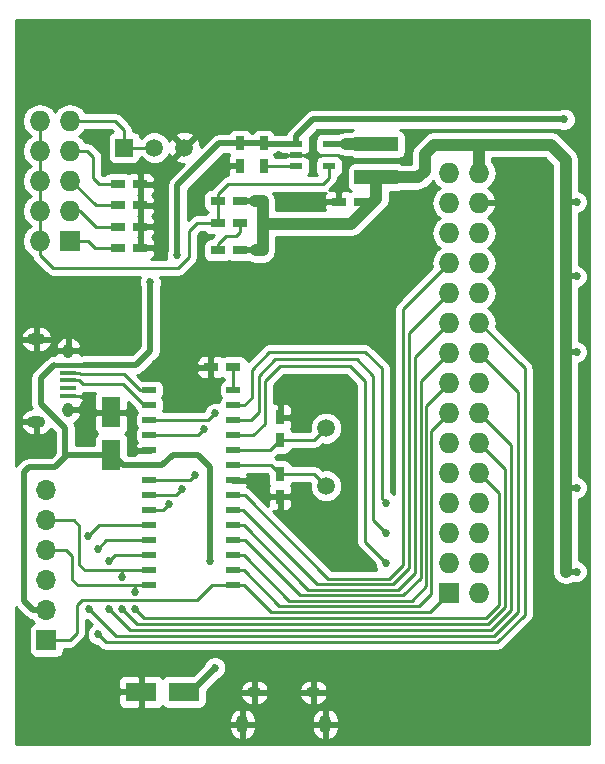
<source format=gbr>
G04 #@! TF.FileFunction,Copper,L1,Top,Signal*
%FSLAX46Y46*%
G04 Gerber Fmt 4.6, Leading zero omitted, Abs format (unit mm)*
G04 Created by KiCad (PCBNEW 4.0.4-stable) date 11/02/17 18:15:52*
%MOMM*%
%LPD*%
G01*
G04 APERTURE LIST*
%ADD10C,0.100000*%
%ADD11R,0.750000X1.200000*%
%ADD12R,1.200000X0.750000*%
%ADD13R,1.727200X1.727200*%
%ADD14O,1.727200X1.727200*%
%ADD15C,1.510000*%
%ADD16R,1.510000X1.510000*%
%ADD17R,1.143000X0.508000*%
%ADD18R,1.100000X0.600000*%
%ADD19C,1.501140*%
%ADD20R,3.700000X1.200000*%
%ADD21R,1.350000X0.400000*%
%ADD22O,0.950000X1.250000*%
%ADD23O,1.550000X1.000000*%
%ADD24O,1.250000X0.950000*%
%ADD25O,1.000000X1.550000*%
%ADD26R,1.600000X2.600000*%
%ADD27R,2.600000X1.600000*%
%ADD28R,1.700000X1.700000*%
%ADD29O,1.700000X1.700000*%
%ADD30C,0.685800*%
%ADD31C,0.250000*%
%ADD32C,0.500000*%
%ADD33C,0.400000*%
%ADD34C,1.000000*%
%ADD35C,0.254000*%
G04 APERTURE END LIST*
D10*
D11*
X159700000Y-92850000D03*
X159700000Y-90950000D03*
X159700000Y-95750000D03*
X159700000Y-97650000D03*
D12*
X155750000Y-86700000D03*
X153850000Y-86700000D03*
D11*
X156300000Y-67750000D03*
X156300000Y-69650000D03*
D12*
X156350000Y-74500000D03*
X154450000Y-74500000D03*
X166550000Y-72700000D03*
X164650000Y-72700000D03*
D13*
X174000000Y-105800000D03*
D14*
X176540000Y-105800000D03*
X174000000Y-103260000D03*
X176540000Y-103260000D03*
X174000000Y-100720000D03*
X176540000Y-100720000D03*
X174000000Y-98180000D03*
X176540000Y-98180000D03*
X174000000Y-95640000D03*
X176540000Y-95640000D03*
X174000000Y-93100000D03*
X176540000Y-93100000D03*
X174000000Y-90560000D03*
X176540000Y-90560000D03*
X174000000Y-88020000D03*
X176540000Y-88020000D03*
X174000000Y-85480000D03*
X176540000Y-85480000D03*
X174000000Y-82940000D03*
X176540000Y-82940000D03*
X174000000Y-80400000D03*
X176540000Y-80400000D03*
X174000000Y-77860000D03*
X176540000Y-77860000D03*
X174000000Y-75320000D03*
X176540000Y-75320000D03*
X174000000Y-72780000D03*
X176540000Y-72780000D03*
X174000000Y-70240000D03*
X176540000Y-70240000D03*
D13*
X141900000Y-76000000D03*
D14*
X139360000Y-76000000D03*
X141900000Y-73460000D03*
X139360000Y-73460000D03*
X141900000Y-70920000D03*
X139360000Y-70920000D03*
X141900000Y-68380000D03*
X139360000Y-68380000D03*
X141900000Y-65840000D03*
X139360000Y-65840000D03*
D11*
X158300000Y-67750000D03*
X158300000Y-69650000D03*
D12*
X145950000Y-76600000D03*
X147850000Y-76600000D03*
X145950000Y-74800000D03*
X147850000Y-74800000D03*
X156350000Y-72600000D03*
X154450000Y-72600000D03*
X145950000Y-73000000D03*
X147850000Y-73000000D03*
X145950000Y-71200000D03*
X147850000Y-71200000D03*
X156350000Y-76800000D03*
X154450000Y-76800000D03*
D15*
X151580000Y-68100000D03*
D16*
X146500000Y-68100000D03*
D15*
X149040000Y-68100000D03*
D17*
X155756000Y-105155000D03*
X155756000Y-103885000D03*
X155756000Y-102615000D03*
X155756000Y-101345000D03*
X155756000Y-100075000D03*
X155756000Y-98805000D03*
X155756000Y-97535000D03*
X155756000Y-96265000D03*
X155756000Y-94995000D03*
X155756000Y-93725000D03*
X155756000Y-92455000D03*
X155756000Y-91185000D03*
X155756000Y-89915000D03*
X155756000Y-88645000D03*
X148644000Y-88645000D03*
X148644000Y-89915000D03*
X148644000Y-91185000D03*
X148644000Y-92455000D03*
X148644000Y-93725000D03*
X148644000Y-94995000D03*
X148644000Y-96265000D03*
X148644000Y-97535000D03*
X148644000Y-98805000D03*
X148644000Y-100075000D03*
X148644000Y-101345000D03*
X148644000Y-102615000D03*
X148644000Y-103885000D03*
X148644000Y-105155000D03*
D18*
X163850000Y-67800000D03*
X163850000Y-69700000D03*
X161050000Y-67800000D03*
X161050000Y-68750000D03*
X161050000Y-69700000D03*
D19*
X163600000Y-96740940D03*
X163600000Y-91859060D03*
D20*
X167860000Y-67800000D03*
X167860000Y-70600000D03*
D21*
X141765000Y-86513000D03*
X141765000Y-87163000D03*
X141765000Y-87813000D03*
X141765000Y-88463000D03*
X141765000Y-89113000D03*
D22*
X141765000Y-85313000D03*
X141765000Y-90313000D03*
D23*
X139065000Y-84313000D03*
X139065000Y-91313000D03*
D24*
X162520000Y-114220000D03*
X157520000Y-114220000D03*
D25*
X163520000Y-116920000D03*
X156520000Y-116920000D03*
D26*
X145415000Y-94107000D03*
X145415000Y-90507000D03*
D27*
X151533000Y-114173000D03*
X147933000Y-114173000D03*
D28*
X139900000Y-109800000D03*
D29*
X139900000Y-107260000D03*
X139900000Y-104720000D03*
X139900000Y-102180000D03*
X139900000Y-99640000D03*
X139900000Y-97100000D03*
D30*
X182120000Y-90390000D03*
X182110000Y-89580000D03*
X182130000Y-88770000D03*
X182120000Y-87970000D03*
X183660000Y-106310000D03*
X183660000Y-107110000D03*
X182870000Y-107110000D03*
X182070000Y-106310000D03*
X182070000Y-107100000D03*
X153680000Y-70850000D03*
X154260000Y-70290000D03*
X160670000Y-76330000D03*
X162230000Y-76320000D03*
X160680000Y-72730000D03*
X162260000Y-72730000D03*
X164660000Y-88130000D03*
X163860000Y-88130000D03*
X163060000Y-88130000D03*
X162260000Y-88130000D03*
X164710000Y-83620000D03*
X164710000Y-82820000D03*
X163900000Y-82820000D03*
X163100000Y-82820000D03*
X162280000Y-82810000D03*
X161470000Y-82830000D03*
X163900000Y-83620000D03*
X163100000Y-83620000D03*
X162280000Y-83620000D03*
X161470000Y-72730000D03*
X161450000Y-76320000D03*
X161470000Y-83620000D03*
X161460000Y-88130000D03*
X182870000Y-106310000D03*
X154830000Y-69720000D03*
X159650000Y-68730000D03*
X145040000Y-111390000D03*
X145850000Y-111390000D03*
X143460000Y-111390000D03*
X144250000Y-111390000D03*
X154178000Y-112141000D03*
X153797000Y-103124000D03*
X151000000Y-77200000D03*
X148700000Y-79500000D03*
X183750000Y-65700000D03*
X147390000Y-105690000D03*
X147390000Y-107140000D03*
X146300000Y-104420000D03*
X146300000Y-107140000D03*
X168700000Y-103300000D03*
X168700000Y-100700000D03*
X168700000Y-98200000D03*
X145200000Y-107150000D03*
X145200000Y-103100000D03*
X143490000Y-107140000D03*
X143480000Y-100970000D03*
X150300000Y-98300000D03*
X144300000Y-109300000D03*
X144300000Y-102050000D03*
X184800000Y-104000000D03*
X184800000Y-96900000D03*
X184800000Y-85400000D03*
X184800000Y-79000000D03*
X184800000Y-72700000D03*
X154200000Y-90600000D03*
X153300000Y-91900000D03*
X152500000Y-95800000D03*
X151400000Y-97000000D03*
D31*
X159700000Y-92850000D02*
X162609060Y-92850000D01*
X162609060Y-92850000D02*
X163600000Y-91859060D01*
X155756000Y-93725000D02*
X158825000Y-93725000D01*
X158825000Y-93725000D02*
X159700000Y-92850000D01*
X143215000Y-89113000D02*
X141765000Y-89113000D01*
X182120000Y-87970000D02*
X182120000Y-88760000D01*
X182120000Y-89590000D02*
X182120000Y-90390000D01*
X182110000Y-89580000D02*
X182120000Y-89590000D01*
X182120000Y-88760000D02*
X182130000Y-88770000D01*
X183660000Y-107110000D02*
X183660000Y-106310000D01*
X183660000Y-106310000D02*
X182870000Y-106310000D01*
X182870000Y-107110000D02*
X182840000Y-107110000D01*
X182840000Y-107110000D02*
X182870000Y-107110000D01*
X182870000Y-107110000D02*
X182840000Y-107110000D01*
X182070000Y-107100000D02*
X182070000Y-106310000D01*
X153700000Y-70850000D02*
X153680000Y-70850000D01*
X154260000Y-70290000D02*
X153700000Y-70850000D01*
X161450000Y-76320000D02*
X160680000Y-76320000D01*
X160680000Y-76320000D02*
X160670000Y-76330000D01*
X161470000Y-72730000D02*
X160680000Y-72730000D01*
X162260000Y-72730000D02*
X162260000Y-72700000D01*
X162260000Y-72700000D02*
X162260000Y-72730000D01*
X162260000Y-72730000D02*
X162260000Y-72700000D01*
X163860000Y-88130000D02*
X164660000Y-88130000D01*
X162260000Y-88130000D02*
X163060000Y-88130000D01*
X164710000Y-82820000D02*
X164710000Y-83620000D01*
X163100000Y-83620000D02*
X163100000Y-82820000D01*
X161470000Y-83620000D02*
X161470000Y-82830000D01*
X161470000Y-83620000D02*
X162280000Y-83620000D01*
X163100000Y-83620000D02*
X163900000Y-83620000D01*
X161470000Y-83620000D02*
X161470000Y-76340000D01*
X161500000Y-72700000D02*
X162260000Y-72700000D01*
X162260000Y-72700000D02*
X164650000Y-72700000D01*
X161470000Y-72730000D02*
X161500000Y-72700000D01*
X161470000Y-76340000D02*
X161450000Y-76320000D01*
X159700000Y-90950000D02*
X159700000Y-89610000D01*
X153850000Y-84850000D02*
X153850000Y-86700000D01*
X154880000Y-83820000D02*
X153850000Y-84850000D01*
X161270000Y-83820000D02*
X154880000Y-83820000D01*
X161470000Y-83620000D02*
X161270000Y-83820000D01*
X161460000Y-88220000D02*
X161460000Y-88130000D01*
X159700000Y-89610000D02*
X161460000Y-88220000D01*
X182870000Y-106310000D02*
X182870000Y-105720000D01*
X182870000Y-105720000D02*
X182120000Y-104970000D01*
X182120000Y-104970000D02*
X182120000Y-87970000D01*
X182840000Y-109630000D02*
X181140000Y-111330000D01*
X182840000Y-106340000D02*
X182840000Y-107110000D01*
X182840000Y-107110000D02*
X182840000Y-109630000D01*
X182870000Y-106310000D02*
X182840000Y-106340000D01*
X161050000Y-68750000D02*
X159670000Y-68750000D01*
X154900000Y-69650000D02*
X156300000Y-69650000D01*
X154830000Y-69720000D02*
X154900000Y-69650000D01*
X159670000Y-68750000D02*
X159650000Y-68730000D01*
X144250000Y-111390000D02*
X144620000Y-111390000D01*
X145850000Y-111390000D02*
X145850000Y-111330000D01*
X145850000Y-111330000D02*
X145850000Y-111390000D01*
X145850000Y-111390000D02*
X145850000Y-111330000D01*
X144310000Y-111330000D02*
X144250000Y-111390000D01*
X145850000Y-111330000D02*
X144310000Y-111330000D01*
X159700000Y-95750000D02*
X162609060Y-95750000D01*
X162609060Y-95750000D02*
X163600000Y-96740940D01*
X155756000Y-94995000D02*
X158945000Y-94995000D01*
X158945000Y-94995000D02*
X159700000Y-95750000D01*
D32*
X145586000Y-94151000D02*
X146430000Y-94995000D01*
X146430000Y-94995000D02*
X146940000Y-94995000D01*
X145542000Y-94151000D02*
X145586000Y-94151000D01*
X145542000Y-94151000D02*
X141688000Y-94151000D01*
X141688000Y-94151000D02*
X141500000Y-94339000D01*
X140664010Y-95174990D02*
X141500000Y-94339000D01*
X141500000Y-94339000D02*
X141500000Y-91843000D01*
X138411824Y-95174990D02*
X140664010Y-95174990D01*
X138050000Y-95536814D02*
X138411824Y-95174990D01*
X138074992Y-95511822D02*
X138076150Y-95510664D01*
X138050000Y-98750000D02*
X138050000Y-95536814D01*
X138050000Y-95536814D02*
X138074992Y-95511822D01*
X139900000Y-107260000D02*
X138810000Y-107260000D01*
X138810000Y-107260000D02*
X138050000Y-106500000D01*
X151533000Y-114173000D02*
X152146000Y-114173000D01*
X152146000Y-114173000D02*
X154178000Y-112141000D01*
D33*
X140590000Y-86513000D02*
X141765000Y-86513000D01*
D32*
X143141800Y-86499800D02*
X143128600Y-86513000D01*
D33*
X143128600Y-86513000D02*
X141765000Y-86513000D01*
D32*
X144653000Y-86499800D02*
X143141800Y-86499800D01*
X146940000Y-94995000D02*
X148644000Y-94995000D01*
X148639000Y-95000000D02*
X148644000Y-94995000D01*
X153797000Y-95123000D02*
X153797000Y-103124000D01*
X152781000Y-94107000D02*
X153797000Y-95123000D01*
X152019000Y-94107000D02*
X152781000Y-94107000D01*
X150603500Y-94107000D02*
X152019000Y-94107000D01*
X148644000Y-94995000D02*
X149715500Y-94995000D01*
X149715500Y-94995000D02*
X150603500Y-94107000D01*
X141500000Y-91843000D02*
X139446000Y-89789000D01*
X139446000Y-89789000D02*
X139446000Y-87630000D01*
X139446000Y-87630000D02*
X139473000Y-87630000D01*
X139473000Y-87630000D02*
X140590000Y-86513000D01*
X144653000Y-86499800D02*
X147500200Y-86499800D01*
X144639800Y-86513000D02*
X144653000Y-86499800D01*
X147500200Y-86499800D02*
X148700000Y-85300000D01*
X154550000Y-67750000D02*
X156300000Y-67750000D01*
X151000000Y-71300000D02*
X154550000Y-67750000D01*
X151000000Y-77200000D02*
X151000000Y-71300000D01*
X148700000Y-85300000D02*
X148700000Y-79500000D01*
X161050000Y-67150000D02*
X161050000Y-67800000D01*
X162500000Y-65700000D02*
X161050000Y-67150000D01*
X163800000Y-65700000D02*
X162500000Y-65700000D01*
X183750000Y-65700000D02*
X163800000Y-65700000D01*
X138050000Y-106500000D02*
X138050000Y-98750000D01*
X156300000Y-67750000D02*
X158300000Y-67750000D01*
X158300000Y-67750000D02*
X158350000Y-67800000D01*
X158350000Y-67800000D02*
X161050000Y-67800000D01*
D31*
X148639000Y-95000000D02*
X148644000Y-94995000D01*
X155756000Y-88645000D02*
X155756000Y-86706000D01*
X155756000Y-86706000D02*
X155750000Y-86700000D01*
X155750000Y-88639000D02*
X155756000Y-88645000D01*
X155750000Y-88639000D02*
X155756000Y-88645000D01*
X154450000Y-76800000D02*
X154450000Y-76250000D01*
X156350000Y-75250000D02*
X156350000Y-74500000D01*
X156000000Y-75600000D02*
X156350000Y-75250000D01*
X155100000Y-75600000D02*
X156000000Y-75600000D01*
X154450000Y-76250000D02*
X155100000Y-75600000D01*
X139360000Y-76000000D02*
X139360000Y-77160000D01*
X152700000Y-74500000D02*
X154450000Y-74500000D01*
X152000000Y-75200000D02*
X152700000Y-74500000D01*
X152000000Y-77400000D02*
X152000000Y-75200000D01*
X151100000Y-78300000D02*
X152000000Y-77400000D01*
X140500000Y-78300000D02*
X151100000Y-78300000D01*
X139360000Y-77160000D02*
X140500000Y-78300000D01*
X154450000Y-72600000D02*
X154450000Y-74500000D01*
X154450000Y-72600000D02*
X154450000Y-72050000D01*
X163850000Y-70650000D02*
X163850000Y-69700000D01*
X163300000Y-71200000D02*
X163850000Y-70650000D01*
X155300000Y-71200000D02*
X163300000Y-71200000D01*
X154450000Y-72050000D02*
X155300000Y-71200000D01*
X139360000Y-65840000D02*
X139360000Y-68380000D01*
X139360000Y-68380000D02*
X139360000Y-70920000D01*
X139360000Y-70920000D02*
X139360000Y-73460000D01*
X139360000Y-73460000D02*
X139360000Y-76000000D01*
X139360000Y-76000000D02*
X139400000Y-76040000D01*
D32*
X163850000Y-67800000D02*
X165250000Y-67800000D01*
D34*
X165250000Y-67800000D02*
X167860000Y-67800000D01*
D31*
X139900000Y-109800000D02*
X141900000Y-109800000D01*
X153945000Y-105155000D02*
X155756000Y-105155000D01*
X152700000Y-106400000D02*
X153945000Y-105155000D01*
X142900000Y-106400000D02*
X152700000Y-106400000D01*
X142500000Y-106800000D02*
X142900000Y-106400000D01*
X142500000Y-109200000D02*
X142500000Y-106800000D01*
X141900000Y-109800000D02*
X142500000Y-109200000D01*
X155756000Y-105155000D02*
X156655000Y-105155000D01*
X156655000Y-105155000D02*
X158900000Y-107400000D01*
X158900000Y-107400000D02*
X172400000Y-107400000D01*
X172400000Y-107400000D02*
X174000000Y-105800000D01*
X173355000Y-105155000D02*
X174000000Y-105800000D01*
X147390000Y-105155000D02*
X147390000Y-105690000D01*
X147390000Y-107140000D02*
X148200000Y-107950000D01*
X148200000Y-107950000D02*
X177100000Y-107950000D01*
X177100000Y-107950000D02*
X178250000Y-106800000D01*
X178250000Y-106800000D02*
X178250000Y-97350000D01*
X178250000Y-97350000D02*
X176540000Y-95640000D01*
X139900000Y-102180000D02*
X141580000Y-102180000D01*
X142555000Y-105155000D02*
X147390000Y-105155000D01*
X147390000Y-105155000D02*
X147640000Y-105155000D01*
X147640000Y-105155000D02*
X148644000Y-105155000D01*
X142100000Y-104700000D02*
X142555000Y-105155000D01*
X142100000Y-102700000D02*
X142100000Y-104700000D01*
X141580000Y-102180000D02*
X142100000Y-102700000D01*
X146300000Y-103885000D02*
X146300000Y-104420000D01*
X146300000Y-107140000D02*
X147610000Y-108450000D01*
X147610000Y-108450000D02*
X177300000Y-108450000D01*
X177300000Y-108450000D02*
X178750000Y-107000000D01*
X178750000Y-107000000D02*
X178750000Y-95310000D01*
X178750000Y-95310000D02*
X176540000Y-93100000D01*
X139900000Y-99640000D02*
X142240000Y-99640000D01*
X143185000Y-103885000D02*
X146300000Y-103885000D01*
X146300000Y-103885000D02*
X146500000Y-103885000D01*
X146500000Y-103885000D02*
X146560000Y-103885000D01*
X146560000Y-103885000D02*
X148644000Y-103885000D01*
X142700000Y-103400000D02*
X143185000Y-103885000D01*
X142700000Y-100100000D02*
X142700000Y-103400000D01*
X142240000Y-99640000D02*
X142700000Y-100100000D01*
X144526000Y-87299900D02*
X146481900Y-87299900D01*
X146481900Y-87299900D02*
X147827000Y-88645000D01*
X147827000Y-88645000D02*
X148644000Y-88645000D01*
X144249320Y-87299900D02*
X144526000Y-87299900D01*
X141765000Y-87163000D02*
X142690000Y-87163000D01*
X142826900Y-87299900D02*
X144526000Y-87299900D01*
X142690000Y-87163000D02*
X142826900Y-87299900D01*
X141765000Y-87813000D02*
X142690000Y-87813000D01*
X142690000Y-87813000D02*
X142977000Y-88100000D01*
X142977000Y-88100000D02*
X146400000Y-88100000D01*
X146400000Y-88100000D02*
X148215000Y-89915000D01*
X148215000Y-89915000D02*
X148644000Y-89915000D01*
X155756000Y-92455000D02*
X157445000Y-92455000D01*
X166900000Y-101500000D02*
X168700000Y-103300000D01*
X166900000Y-87900000D02*
X166900000Y-101500000D01*
X165600000Y-86600000D02*
X166900000Y-87900000D01*
X159700000Y-86600000D02*
X165600000Y-86600000D01*
X158400000Y-87900000D02*
X159700000Y-86600000D01*
X158400000Y-91500000D02*
X158400000Y-87900000D01*
X157445000Y-92455000D02*
X158400000Y-91500000D01*
X167600000Y-99600000D02*
X168700000Y-100700000D01*
X166200000Y-86000000D02*
X167600000Y-87400000D01*
X159300000Y-86000000D02*
X166200000Y-86000000D01*
X157900000Y-90500000D02*
X157900000Y-87400000D01*
X157900000Y-87400000D02*
X159300000Y-86000000D01*
X157215000Y-91185000D02*
X157900000Y-90500000D01*
X155756000Y-91185000D02*
X157215000Y-91185000D01*
X167600000Y-87400000D02*
X167600000Y-99600000D01*
X155756000Y-89915000D02*
X156685000Y-89915000D01*
X168300000Y-97800000D02*
X168700000Y-98200000D01*
X168300000Y-86800000D02*
X168300000Y-97800000D01*
X166900000Y-85400000D02*
X168300000Y-86800000D01*
X158800000Y-85400000D02*
X166900000Y-85400000D01*
X157300000Y-86900000D02*
X158800000Y-85400000D01*
X157300000Y-89300000D02*
X157300000Y-86900000D01*
X156685000Y-89915000D02*
X157300000Y-89300000D01*
X155756000Y-103885000D02*
X156635002Y-103885000D01*
X172500000Y-92060000D02*
X174000000Y-90560000D01*
X172500000Y-105900000D02*
X172500000Y-92060000D01*
X171500000Y-106900000D02*
X172500000Y-105900000D01*
X159650002Y-106900000D02*
X171500000Y-106900000D01*
X156635002Y-103885000D02*
X159650002Y-106900000D01*
X155756000Y-102615000D02*
X156665002Y-102615000D01*
X172049998Y-89970002D02*
X174000000Y-88020000D01*
X172049998Y-105250000D02*
X172049998Y-89970002D01*
X170850000Y-106449998D02*
X172049998Y-105250000D01*
X160500000Y-106449998D02*
X170850000Y-106449998D01*
X156665002Y-102615000D02*
X160500000Y-106449998D01*
X155756000Y-102615000D02*
X156160004Y-102615000D01*
X155756000Y-101345000D02*
X156695004Y-101345000D01*
X171599996Y-87880004D02*
X174000000Y-85480000D01*
X171599996Y-104550004D02*
X171599996Y-87880004D01*
X170150004Y-105999996D02*
X171599996Y-104550004D01*
X161350000Y-105999996D02*
X170150004Y-105999996D01*
X156695004Y-101345000D02*
X161350000Y-105999996D01*
X155756000Y-101345000D02*
X155895002Y-101345000D01*
X155756000Y-100075000D02*
X156625006Y-100075000D01*
X171100000Y-85840000D02*
X174000000Y-82940000D01*
X171100000Y-104150000D02*
X171100000Y-85840000D01*
X169700006Y-105549994D02*
X171100000Y-104150000D01*
X162100000Y-105549994D02*
X169700006Y-105549994D01*
X156625006Y-100075000D02*
X162100000Y-105549994D01*
X155756000Y-98805000D02*
X156605002Y-98805000D01*
X170600000Y-83800000D02*
X174000000Y-80400000D01*
X170600000Y-103699992D02*
X170600000Y-83800000D01*
X169249994Y-105049998D02*
X170600000Y-103699992D01*
X162850000Y-105049998D02*
X169249994Y-105049998D01*
X156605002Y-98805000D02*
X162850000Y-105049998D01*
X179250000Y-93270000D02*
X176540000Y-90560000D01*
X179250000Y-107250000D02*
X179250000Y-93270000D01*
X177550000Y-108950000D02*
X179250000Y-107250000D01*
X147000000Y-108950000D02*
X177550000Y-108950000D01*
X145200000Y-107150000D02*
X147000000Y-108950000D01*
X145685000Y-102615000D02*
X145200000Y-103100000D01*
X148644000Y-102615000D02*
X145685000Y-102615000D01*
X148644000Y-100075000D02*
X144370000Y-100080000D01*
X179850000Y-88790000D02*
X176540000Y-85480000D01*
X179850000Y-107450000D02*
X179850000Y-88790000D01*
X177850000Y-109450000D02*
X179850000Y-107450000D01*
X145790000Y-109440000D02*
X177850000Y-109450000D01*
X143490000Y-107140000D02*
X145790000Y-109440000D01*
X144370000Y-100080000D02*
X143480000Y-100970000D01*
X148644000Y-98805000D02*
X149795000Y-98805000D01*
X149795000Y-98805000D02*
X150300000Y-98300000D01*
X148644000Y-101345000D02*
X145005000Y-101345000D01*
X180400000Y-86800000D02*
X176540000Y-82940000D01*
X180400000Y-107650000D02*
X180400000Y-86800000D01*
X178100000Y-109950000D02*
X180400000Y-107650000D01*
X144950000Y-109950000D02*
X178100000Y-109950000D01*
X144300000Y-109300000D02*
X144950000Y-109950000D01*
X145005000Y-101345000D02*
X144300000Y-102050000D01*
X141900000Y-76000000D02*
X143400000Y-76000000D01*
X144000000Y-76600000D02*
X145950000Y-76600000D01*
X143400000Y-76000000D02*
X144000000Y-76600000D01*
X141900000Y-73460000D02*
X142760000Y-73460000D01*
X142760000Y-73460000D02*
X144100000Y-74800000D01*
X144100000Y-74800000D02*
X145950000Y-74800000D01*
X141900000Y-70920000D02*
X142020000Y-70920000D01*
X142020000Y-70920000D02*
X144100000Y-73000000D01*
X144100000Y-73000000D02*
X145950000Y-73000000D01*
X141900000Y-68380000D02*
X143380000Y-68380000D01*
X144400000Y-71200000D02*
X145950000Y-71200000D01*
X143900000Y-70700000D02*
X144400000Y-71200000D01*
X143900000Y-68900000D02*
X143900000Y-70700000D01*
X143380000Y-68380000D02*
X143900000Y-68900000D01*
X141900000Y-65840000D02*
X145740000Y-65840000D01*
X146500000Y-66600000D02*
X146500000Y-68100000D01*
X145740000Y-65840000D02*
X146500000Y-66600000D01*
X146500000Y-68100000D02*
X149040000Y-68100000D01*
X158300000Y-69650000D02*
X161000000Y-69650000D01*
X161000000Y-69650000D02*
X161050000Y-69700000D01*
D34*
X158230000Y-74550000D02*
X165730000Y-74550000D01*
X165730000Y-74550000D02*
X167580000Y-72700000D01*
X157600000Y-72600000D02*
X158230000Y-72600000D01*
X158220000Y-76800000D02*
X157630000Y-76800000D01*
X158230000Y-76810000D02*
X158220000Y-76800000D01*
X158230000Y-72600000D02*
X158230000Y-74550000D01*
X158230000Y-74550000D02*
X158230000Y-76810000D01*
D32*
X156350000Y-72600000D02*
X157600000Y-72600000D01*
X157600000Y-72600000D02*
X157640000Y-72600000D01*
X156350000Y-76800000D02*
X157630000Y-76800000D01*
X157630000Y-76800000D02*
X157640000Y-76800000D01*
X166550000Y-72700000D02*
X167580000Y-72700000D01*
D34*
X167580000Y-72700000D02*
X167860000Y-72420000D01*
X167860000Y-72420000D02*
X167860000Y-70600000D01*
X183900000Y-104000000D02*
X183900000Y-96900000D01*
D32*
X184800000Y-104000000D02*
X183900000Y-104000000D01*
X184800000Y-96900000D02*
X183900000Y-96900000D01*
X184800000Y-85400000D02*
X183900000Y-85400000D01*
X184800000Y-79000000D02*
X183900000Y-79000000D01*
X184800000Y-72700000D02*
X183900000Y-72700000D01*
D34*
X176540000Y-70240000D02*
X176540000Y-67850000D01*
X176550000Y-67900000D02*
X176550000Y-67850000D01*
X176550000Y-67860000D02*
X176550000Y-67900000D01*
X176540000Y-67850000D02*
X176550000Y-67860000D01*
X167860000Y-70600000D02*
X171400000Y-70600000D01*
X183900000Y-69150000D02*
X183900000Y-72700000D01*
X176550000Y-67850000D02*
X182600000Y-67850000D01*
X182600000Y-67850000D02*
X183900000Y-69150000D01*
X183900000Y-72700000D02*
X183900000Y-79000000D01*
X183900000Y-79000000D02*
X183900000Y-85400000D01*
X183900000Y-85400000D02*
X183900000Y-96900000D01*
X172750000Y-67850000D02*
X176550000Y-67850000D01*
X171950000Y-68650000D02*
X172750000Y-67850000D01*
X171950000Y-70050000D02*
X171950000Y-68650000D01*
X171400000Y-70600000D02*
X171950000Y-70050000D01*
D31*
X148644000Y-91185000D02*
X153615000Y-91185000D01*
X153615000Y-91185000D02*
X154200000Y-90600000D01*
X148644000Y-92455000D02*
X152745000Y-92455000D01*
X152745000Y-92455000D02*
X153300000Y-91900000D01*
X155756000Y-97535000D02*
X156735000Y-97535000D01*
X170100000Y-81760000D02*
X173060000Y-78800000D01*
X170100000Y-103400000D02*
X170100000Y-81760000D01*
X168900004Y-104599996D02*
X170100000Y-103400000D01*
X163799996Y-104599996D02*
X168900004Y-104599996D01*
X156735000Y-97535000D02*
X163799996Y-104599996D01*
X173060000Y-78800000D02*
X174000000Y-77860000D01*
X148644000Y-96265000D02*
X152035000Y-96265000D01*
X152035000Y-96265000D02*
X152500000Y-95800000D01*
X148644000Y-97535000D02*
X150865000Y-97535000D01*
X150865000Y-97535000D02*
X151400000Y-97000000D01*
D35*
G36*
X185890000Y-118622857D02*
X137337000Y-118612912D01*
X137337000Y-117047000D01*
X155385000Y-117047000D01*
X155385000Y-117322000D01*
X155519998Y-117746678D01*
X155807237Y-118087368D01*
X156218126Y-118289119D01*
X156393000Y-118162954D01*
X156393000Y-117047000D01*
X156647000Y-117047000D01*
X156647000Y-118162954D01*
X156821874Y-118289119D01*
X157232763Y-118087368D01*
X157520002Y-117746678D01*
X157655000Y-117322000D01*
X157655000Y-117047000D01*
X162385000Y-117047000D01*
X162385000Y-117322000D01*
X162519998Y-117746678D01*
X162807237Y-118087368D01*
X163218126Y-118289119D01*
X163393000Y-118162954D01*
X163393000Y-117047000D01*
X163647000Y-117047000D01*
X163647000Y-118162954D01*
X163821874Y-118289119D01*
X164232763Y-118087368D01*
X164520002Y-117746678D01*
X164655000Y-117322000D01*
X164655000Y-117047000D01*
X163647000Y-117047000D01*
X163393000Y-117047000D01*
X162385000Y-117047000D01*
X157655000Y-117047000D01*
X156647000Y-117047000D01*
X156393000Y-117047000D01*
X155385000Y-117047000D01*
X137337000Y-117047000D01*
X137337000Y-116518000D01*
X155385000Y-116518000D01*
X155385000Y-116793000D01*
X156393000Y-116793000D01*
X156393000Y-115677046D01*
X156647000Y-115677046D01*
X156647000Y-116793000D01*
X157655000Y-116793000D01*
X157655000Y-116518000D01*
X162385000Y-116518000D01*
X162385000Y-116793000D01*
X163393000Y-116793000D01*
X163393000Y-115677046D01*
X163647000Y-115677046D01*
X163647000Y-116793000D01*
X164655000Y-116793000D01*
X164655000Y-116518000D01*
X164520002Y-116093322D01*
X164232763Y-115752632D01*
X163821874Y-115550881D01*
X163647000Y-115677046D01*
X163393000Y-115677046D01*
X163218126Y-115550881D01*
X162807237Y-115752632D01*
X162519998Y-116093322D01*
X162385000Y-116518000D01*
X157655000Y-116518000D01*
X157520002Y-116093322D01*
X157232763Y-115752632D01*
X156821874Y-115550881D01*
X156647000Y-115677046D01*
X156393000Y-115677046D01*
X156218126Y-115550881D01*
X155807237Y-115752632D01*
X155519998Y-116093322D01*
X155385000Y-116518000D01*
X137337000Y-116518000D01*
X137337000Y-114458750D01*
X145998000Y-114458750D01*
X145998000Y-115099310D01*
X146094673Y-115332699D01*
X146273302Y-115511327D01*
X146506691Y-115608000D01*
X147647250Y-115608000D01*
X147806000Y-115449250D01*
X147806000Y-114300000D01*
X146156750Y-114300000D01*
X145998000Y-114458750D01*
X137337000Y-114458750D01*
X137337000Y-113246690D01*
X145998000Y-113246690D01*
X145998000Y-113887250D01*
X146156750Y-114046000D01*
X147806000Y-114046000D01*
X147806000Y-112896750D01*
X148060000Y-112896750D01*
X148060000Y-114046000D01*
X148080000Y-114046000D01*
X148080000Y-114300000D01*
X148060000Y-114300000D01*
X148060000Y-115449250D01*
X148218750Y-115608000D01*
X149359309Y-115608000D01*
X149592698Y-115511327D01*
X149733936Y-115370090D01*
X149768910Y-115424441D01*
X149981110Y-115569431D01*
X150233000Y-115620440D01*
X152833000Y-115620440D01*
X153068317Y-115576162D01*
X153284441Y-115437090D01*
X153429431Y-115224890D01*
X153480440Y-114973000D01*
X153480440Y-114517938D01*
X156300732Y-114517938D01*
X156484448Y-114891821D01*
X156808951Y-115179568D01*
X157218869Y-115321229D01*
X157393000Y-115172563D01*
X157393000Y-114347000D01*
X157647000Y-114347000D01*
X157647000Y-115172563D01*
X157821131Y-115321229D01*
X158231049Y-115179568D01*
X158555552Y-114891821D01*
X158739268Y-114517938D01*
X161300732Y-114517938D01*
X161484448Y-114891821D01*
X161808951Y-115179568D01*
X162218869Y-115321229D01*
X162393000Y-115172563D01*
X162393000Y-114347000D01*
X162647000Y-114347000D01*
X162647000Y-115172563D01*
X162821131Y-115321229D01*
X163231049Y-115179568D01*
X163555552Y-114891821D01*
X163739268Y-114517938D01*
X163612734Y-114347000D01*
X162647000Y-114347000D01*
X162393000Y-114347000D01*
X161427266Y-114347000D01*
X161300732Y-114517938D01*
X158739268Y-114517938D01*
X158612734Y-114347000D01*
X157647000Y-114347000D01*
X157393000Y-114347000D01*
X156427266Y-114347000D01*
X156300732Y-114517938D01*
X153480440Y-114517938D01*
X153480440Y-114090140D01*
X153648517Y-113922062D01*
X156300732Y-113922062D01*
X156427266Y-114093000D01*
X157393000Y-114093000D01*
X157393000Y-113267437D01*
X157647000Y-113267437D01*
X157647000Y-114093000D01*
X158612734Y-114093000D01*
X158739268Y-113922062D01*
X161300732Y-113922062D01*
X161427266Y-114093000D01*
X162393000Y-114093000D01*
X162393000Y-113267437D01*
X162647000Y-113267437D01*
X162647000Y-114093000D01*
X163612734Y-114093000D01*
X163739268Y-113922062D01*
X163555552Y-113548179D01*
X163231049Y-113260432D01*
X162821131Y-113118771D01*
X162647000Y-113267437D01*
X162393000Y-113267437D01*
X162218869Y-113118771D01*
X161808951Y-113260432D01*
X161484448Y-113548179D01*
X161300732Y-113922062D01*
X158739268Y-113922062D01*
X158555552Y-113548179D01*
X158231049Y-113260432D01*
X157821131Y-113118771D01*
X157647000Y-113267437D01*
X157393000Y-113267437D01*
X157218869Y-113118771D01*
X156808951Y-113260432D01*
X156484448Y-113548179D01*
X156300732Y-113922062D01*
X153648517Y-113922062D01*
X154507733Y-113062846D01*
X154731212Y-112970507D01*
X155006540Y-112695659D01*
X155155730Y-112336370D01*
X155156069Y-111947337D01*
X155007507Y-111587788D01*
X154732659Y-111312460D01*
X154373370Y-111163270D01*
X153984337Y-111162931D01*
X153624788Y-111311493D01*
X153349460Y-111586341D01*
X153255998Y-111811423D01*
X152341860Y-112725560D01*
X150233000Y-112725560D01*
X149997683Y-112769838D01*
X149781559Y-112908910D01*
X149735031Y-112977006D01*
X149592698Y-112834673D01*
X149359309Y-112738000D01*
X148218750Y-112738000D01*
X148060000Y-112896750D01*
X147806000Y-112896750D01*
X147647250Y-112738000D01*
X146506691Y-112738000D01*
X146273302Y-112834673D01*
X146094673Y-113013301D01*
X145998000Y-113246690D01*
X137337000Y-113246690D01*
X137337000Y-106995270D01*
X137400857Y-107090839D01*
X137424210Y-107125790D01*
X138184208Y-107885787D01*
X138184210Y-107885790D01*
X138471325Y-108077633D01*
X138695327Y-108122190D01*
X138820853Y-108310054D01*
X138862452Y-108337850D01*
X138814683Y-108346838D01*
X138598559Y-108485910D01*
X138453569Y-108698110D01*
X138402560Y-108950000D01*
X138402560Y-110650000D01*
X138446838Y-110885317D01*
X138585910Y-111101441D01*
X138798110Y-111246431D01*
X139050000Y-111297440D01*
X140750000Y-111297440D01*
X140985317Y-111253162D01*
X141201441Y-111114090D01*
X141346431Y-110901890D01*
X141397440Y-110650000D01*
X141397440Y-110560000D01*
X141900000Y-110560000D01*
X142190839Y-110502148D01*
X142437401Y-110337401D01*
X143037401Y-109737401D01*
X143202148Y-109490839D01*
X143260000Y-109200000D01*
X143260000Y-108103350D01*
X143294630Y-108117730D01*
X143393014Y-108117816D01*
X143746239Y-108471041D01*
X143471460Y-108745341D01*
X143322270Y-109104630D01*
X143321931Y-109493663D01*
X143470493Y-109853212D01*
X143745341Y-110128540D01*
X144104630Y-110277730D01*
X144203014Y-110277816D01*
X144412599Y-110487401D01*
X144659161Y-110652148D01*
X144950000Y-110710000D01*
X178100000Y-110710000D01*
X178390839Y-110652148D01*
X178637401Y-110487401D01*
X180937401Y-108187401D01*
X181102148Y-107940840D01*
X181160000Y-107650000D01*
X181160000Y-86800000D01*
X181149060Y-86745000D01*
X181102148Y-86509160D01*
X180937401Y-86262599D01*
X177973158Y-83298356D01*
X178038600Y-82969359D01*
X178038600Y-82910641D01*
X177924526Y-82337152D01*
X177599670Y-81850971D01*
X177328828Y-81670000D01*
X177599670Y-81489029D01*
X177924526Y-81002848D01*
X178038600Y-80429359D01*
X178038600Y-80370641D01*
X177924526Y-79797152D01*
X177599670Y-79310971D01*
X177328828Y-79130000D01*
X177599670Y-78949029D01*
X177924526Y-78462848D01*
X178038600Y-77889359D01*
X178038600Y-77830641D01*
X177924526Y-77257152D01*
X177599670Y-76770971D01*
X177328828Y-76590000D01*
X177599670Y-76409029D01*
X177924526Y-75922848D01*
X178038600Y-75349359D01*
X178038600Y-75290641D01*
X177924526Y-74717152D01*
X177599670Y-74230971D01*
X177328839Y-74050008D01*
X177746821Y-73668490D01*
X177994968Y-73139027D01*
X177874469Y-72907000D01*
X176667000Y-72907000D01*
X176667000Y-72927000D01*
X176413000Y-72927000D01*
X176413000Y-72907000D01*
X176393000Y-72907000D01*
X176393000Y-72653000D01*
X176413000Y-72653000D01*
X176413000Y-72633000D01*
X176667000Y-72633000D01*
X176667000Y-72653000D01*
X177874469Y-72653000D01*
X177994968Y-72420973D01*
X177746821Y-71891510D01*
X177328839Y-71509992D01*
X177599670Y-71329029D01*
X177924526Y-70842848D01*
X178038600Y-70269359D01*
X178038600Y-70210641D01*
X177924526Y-69637152D01*
X177675000Y-69263710D01*
X177675000Y-68985000D01*
X182129868Y-68985000D01*
X182765000Y-69620132D01*
X182765000Y-104000000D01*
X182851397Y-104434346D01*
X183097434Y-104802566D01*
X183465654Y-105048603D01*
X183900000Y-105135000D01*
X184334346Y-105048603D01*
X184503353Y-104935676D01*
X184604630Y-104977730D01*
X184993663Y-104978069D01*
X185353212Y-104829507D01*
X185628540Y-104554659D01*
X185777730Y-104195370D01*
X185778069Y-103806337D01*
X185629507Y-103446788D01*
X185354659Y-103171460D01*
X185035000Y-103038726D01*
X185035000Y-97860989D01*
X185353212Y-97729507D01*
X185628540Y-97454659D01*
X185777730Y-97095370D01*
X185778069Y-96706337D01*
X185629507Y-96346788D01*
X185354659Y-96071460D01*
X185035000Y-95938726D01*
X185035000Y-86360989D01*
X185353212Y-86229507D01*
X185628540Y-85954659D01*
X185777730Y-85595370D01*
X185778069Y-85206337D01*
X185629507Y-84846788D01*
X185354659Y-84571460D01*
X185035000Y-84438726D01*
X185035000Y-79960989D01*
X185353212Y-79829507D01*
X185628540Y-79554659D01*
X185777730Y-79195370D01*
X185778069Y-78806337D01*
X185629507Y-78446788D01*
X185354659Y-78171460D01*
X185035000Y-78038726D01*
X185035000Y-73660989D01*
X185353212Y-73529507D01*
X185628540Y-73254659D01*
X185777730Y-72895370D01*
X185778069Y-72506337D01*
X185629507Y-72146788D01*
X185354659Y-71871460D01*
X185035000Y-71738726D01*
X185035000Y-69150000D01*
X185033011Y-69140000D01*
X184948604Y-68715655D01*
X184702566Y-68347434D01*
X183402566Y-67047434D01*
X183305186Y-66982367D01*
X183034346Y-66801397D01*
X182600000Y-66715000D01*
X172750000Y-66715000D01*
X172315654Y-66801397D01*
X172044814Y-66982367D01*
X171947434Y-67047434D01*
X171147434Y-67847434D01*
X170901397Y-68215654D01*
X170815000Y-68650000D01*
X170815000Y-69465000D01*
X170051797Y-69465000D01*
X169961890Y-69403569D01*
X169710000Y-69352560D01*
X166010000Y-69352560D01*
X165774683Y-69396838D01*
X165558559Y-69535910D01*
X165413569Y-69748110D01*
X165362560Y-70000000D01*
X165362560Y-71200000D01*
X165406838Y-71435317D01*
X165545910Y-71651441D01*
X165680825Y-71743625D01*
X165611354Y-71788329D01*
X165609698Y-71786673D01*
X165376309Y-71690000D01*
X164935750Y-71690000D01*
X164777000Y-71848750D01*
X164777000Y-72573000D01*
X164797000Y-72573000D01*
X164797000Y-72827000D01*
X164777000Y-72827000D01*
X164777000Y-72847000D01*
X164523000Y-72847000D01*
X164523000Y-72827000D01*
X163573750Y-72827000D01*
X163415000Y-72985750D01*
X163415000Y-73201310D01*
X163503513Y-73415000D01*
X159365000Y-73415000D01*
X159365000Y-72600000D01*
X159278603Y-72165654D01*
X159141189Y-71960000D01*
X163300000Y-71960000D01*
X163570850Y-71906124D01*
X163511673Y-71965301D01*
X163415000Y-72198690D01*
X163415000Y-72414250D01*
X163573750Y-72573000D01*
X164523000Y-72573000D01*
X164523000Y-71848750D01*
X164364250Y-71690000D01*
X163923691Y-71690000D01*
X163857303Y-71717499D01*
X164387401Y-71187401D01*
X164552148Y-70940840D01*
X164569588Y-70853162D01*
X164610000Y-70650000D01*
X164610000Y-70607926D01*
X164635317Y-70603162D01*
X164851441Y-70464090D01*
X164996431Y-70251890D01*
X165047440Y-70000000D01*
X165047440Y-69400000D01*
X165003162Y-69164683D01*
X164864090Y-68948559D01*
X164651890Y-68803569D01*
X164400000Y-68752560D01*
X163300000Y-68752560D01*
X163064683Y-68796838D01*
X162848559Y-68935910D01*
X162703569Y-69148110D01*
X162652560Y-69400000D01*
X162652560Y-70000000D01*
X162696838Y-70235317D01*
X162828548Y-70440000D01*
X162067901Y-70440000D01*
X162196431Y-70251890D01*
X162247440Y-70000000D01*
X162247440Y-69400000D01*
X162214611Y-69225531D01*
X162235000Y-69176309D01*
X162235000Y-69035750D01*
X162076250Y-68877000D01*
X161959360Y-68877000D01*
X161851890Y-68803569D01*
X161600000Y-68752560D01*
X160500000Y-68752560D01*
X160264683Y-68796838D01*
X160140108Y-68877000D01*
X160023750Y-68877000D01*
X160010750Y-68890000D01*
X159292334Y-68890000D01*
X159278162Y-68814683D01*
X159204380Y-68700022D01*
X159214644Y-68685000D01*
X160231380Y-68685000D01*
X160248110Y-68696431D01*
X160500000Y-68747440D01*
X161600000Y-68747440D01*
X161835317Y-68703162D01*
X161959892Y-68623000D01*
X162076250Y-68623000D01*
X162235000Y-68464250D01*
X162235000Y-68323691D01*
X162212931Y-68270411D01*
X162247440Y-68100000D01*
X162247440Y-67500000D01*
X162203162Y-67264683D01*
X162196794Y-67254786D01*
X162866579Y-66585000D01*
X165837596Y-66585000D01*
X165774683Y-66596838D01*
X165668756Y-66665000D01*
X165250000Y-66665000D01*
X164815654Y-66751397D01*
X164602793Y-66893627D01*
X164400000Y-66852560D01*
X163300000Y-66852560D01*
X163064683Y-66896838D01*
X162848559Y-67035910D01*
X162703569Y-67248110D01*
X162652560Y-67500000D01*
X162652560Y-68100000D01*
X162696838Y-68335317D01*
X162835910Y-68551441D01*
X163048110Y-68696431D01*
X163300000Y-68747440D01*
X164400000Y-68747440D01*
X164606189Y-68708643D01*
X164815654Y-68848603D01*
X165250000Y-68935000D01*
X165668203Y-68935000D01*
X165758110Y-68996431D01*
X166010000Y-69047440D01*
X169710000Y-69047440D01*
X169945317Y-69003162D01*
X170161441Y-68864090D01*
X170306431Y-68651890D01*
X170357440Y-68400000D01*
X170357440Y-67200000D01*
X170313162Y-66964683D01*
X170174090Y-66748559D01*
X169961890Y-66603569D01*
X169870194Y-66585000D01*
X183331312Y-66585000D01*
X183554630Y-66677730D01*
X183943663Y-66678069D01*
X184303212Y-66529507D01*
X184578540Y-66254659D01*
X184727730Y-65895370D01*
X184728069Y-65506337D01*
X184579507Y-65146788D01*
X184304659Y-64871460D01*
X183945370Y-64722270D01*
X183556337Y-64721931D01*
X183331092Y-64815000D01*
X162500005Y-64815000D01*
X162500000Y-64814999D01*
X162221019Y-64870493D01*
X162161325Y-64882367D01*
X161874210Y-65074210D01*
X161874208Y-65074213D01*
X160424210Y-66524210D01*
X160232367Y-66811325D01*
X160232367Y-66811326D01*
X160211744Y-66915000D01*
X159278222Y-66915000D01*
X159278162Y-66914683D01*
X159139090Y-66698559D01*
X158926890Y-66553569D01*
X158675000Y-66502560D01*
X157925000Y-66502560D01*
X157689683Y-66546838D01*
X157473559Y-66685910D01*
X157351192Y-66865000D01*
X157246192Y-66865000D01*
X157139090Y-66698559D01*
X156926890Y-66553569D01*
X156675000Y-66502560D01*
X155925000Y-66502560D01*
X155689683Y-66546838D01*
X155473559Y-66685910D01*
X155351192Y-66865000D01*
X154550005Y-66865000D01*
X154550000Y-66864999D01*
X154211325Y-66932367D01*
X153924210Y-67124210D01*
X153924208Y-67124213D01*
X152970649Y-68077771D01*
X152954285Y-67753751D01*
X152796601Y-67373068D01*
X152555141Y-67304465D01*
X151759605Y-68100000D01*
X151773748Y-68114142D01*
X151594142Y-68293748D01*
X151580000Y-68279605D01*
X150784465Y-69075141D01*
X150853068Y-69316601D01*
X151373976Y-69502177D01*
X151555406Y-69493014D01*
X150374210Y-70674210D01*
X150182367Y-70961325D01*
X150182367Y-70961326D01*
X150114999Y-71300000D01*
X150115000Y-71300005D01*
X150115000Y-76781312D01*
X150022270Y-77004630D01*
X150021931Y-77393663D01*
X150082396Y-77540000D01*
X148745304Y-77540000D01*
X148809698Y-77513327D01*
X148988327Y-77334699D01*
X149085000Y-77101310D01*
X149085000Y-76885750D01*
X148926250Y-76727000D01*
X147977000Y-76727000D01*
X147977000Y-76747000D01*
X147723000Y-76747000D01*
X147723000Y-76727000D01*
X147703000Y-76727000D01*
X147703000Y-76473000D01*
X147723000Y-76473000D01*
X147723000Y-75748750D01*
X147674250Y-75700000D01*
X147723000Y-75651250D01*
X147723000Y-74927000D01*
X147977000Y-74927000D01*
X147977000Y-75651250D01*
X148025750Y-75700000D01*
X147977000Y-75748750D01*
X147977000Y-76473000D01*
X148926250Y-76473000D01*
X149085000Y-76314250D01*
X149085000Y-76098690D01*
X148988327Y-75865301D01*
X148823025Y-75700000D01*
X148988327Y-75534699D01*
X149085000Y-75301310D01*
X149085000Y-75085750D01*
X148926250Y-74927000D01*
X147977000Y-74927000D01*
X147723000Y-74927000D01*
X147703000Y-74927000D01*
X147703000Y-74673000D01*
X147723000Y-74673000D01*
X147723000Y-73948750D01*
X147674250Y-73900000D01*
X147723000Y-73851250D01*
X147723000Y-73127000D01*
X147977000Y-73127000D01*
X147977000Y-73851250D01*
X148025750Y-73900000D01*
X147977000Y-73948750D01*
X147977000Y-74673000D01*
X148926250Y-74673000D01*
X149085000Y-74514250D01*
X149085000Y-74298690D01*
X148988327Y-74065301D01*
X148823025Y-73900000D01*
X148988327Y-73734699D01*
X149085000Y-73501310D01*
X149085000Y-73285750D01*
X148926250Y-73127000D01*
X147977000Y-73127000D01*
X147723000Y-73127000D01*
X147703000Y-73127000D01*
X147703000Y-72873000D01*
X147723000Y-72873000D01*
X147723000Y-72148750D01*
X147674250Y-72100000D01*
X147723000Y-72051250D01*
X147723000Y-71327000D01*
X147977000Y-71327000D01*
X147977000Y-72051250D01*
X148025750Y-72100000D01*
X147977000Y-72148750D01*
X147977000Y-72873000D01*
X148926250Y-72873000D01*
X149085000Y-72714250D01*
X149085000Y-72498690D01*
X148988327Y-72265301D01*
X148823025Y-72100000D01*
X148988327Y-71934699D01*
X149085000Y-71701310D01*
X149085000Y-71485750D01*
X148926250Y-71327000D01*
X147977000Y-71327000D01*
X147723000Y-71327000D01*
X147703000Y-71327000D01*
X147703000Y-71073000D01*
X147723000Y-71073000D01*
X147723000Y-70348750D01*
X147977000Y-70348750D01*
X147977000Y-71073000D01*
X148926250Y-71073000D01*
X149085000Y-70914250D01*
X149085000Y-70698690D01*
X148988327Y-70465301D01*
X148809698Y-70286673D01*
X148576309Y-70190000D01*
X148135750Y-70190000D01*
X147977000Y-70348750D01*
X147723000Y-70348750D01*
X147564250Y-70190000D01*
X147123691Y-70190000D01*
X146890302Y-70286673D01*
X146888932Y-70288043D01*
X146801890Y-70228569D01*
X146550000Y-70177560D01*
X145350000Y-70177560D01*
X145114683Y-70221838D01*
X144898559Y-70360910D01*
X144844519Y-70440000D01*
X144714802Y-70440000D01*
X144660000Y-70385198D01*
X144660000Y-68900000D01*
X144602148Y-68609161D01*
X144437401Y-68362599D01*
X143917401Y-67842599D01*
X143670839Y-67677852D01*
X143380000Y-67620000D01*
X143189262Y-67620000D01*
X142989029Y-67320330D01*
X142674248Y-67110000D01*
X142989029Y-66899670D01*
X143189262Y-66600000D01*
X145425198Y-66600000D01*
X145557953Y-66732755D01*
X145509683Y-66741838D01*
X145293559Y-66880910D01*
X145148569Y-67093110D01*
X145097560Y-67345000D01*
X145097560Y-68855000D01*
X145141838Y-69090317D01*
X145280910Y-69306441D01*
X145493110Y-69451431D01*
X145745000Y-69502440D01*
X147255000Y-69502440D01*
X147490317Y-69458162D01*
X147706441Y-69319090D01*
X147851431Y-69106890D01*
X147890162Y-68915629D01*
X148251600Y-69277698D01*
X148762299Y-69489758D01*
X149315275Y-69490241D01*
X149826343Y-69279072D01*
X150217698Y-68888400D01*
X150303384Y-68682044D01*
X150363399Y-68826932D01*
X150604859Y-68895535D01*
X151400395Y-68100000D01*
X150604859Y-67304465D01*
X150363399Y-67373068D01*
X150307941Y-67528737D01*
X150219072Y-67313657D01*
X150030604Y-67124859D01*
X150784465Y-67124859D01*
X151580000Y-67920395D01*
X152375535Y-67124859D01*
X152306932Y-66883399D01*
X151786024Y-66697823D01*
X151233751Y-66725715D01*
X150853068Y-66883399D01*
X150784465Y-67124859D01*
X150030604Y-67124859D01*
X149828400Y-66922302D01*
X149317701Y-66710242D01*
X148764725Y-66709759D01*
X148253657Y-66920928D01*
X147890802Y-67283150D01*
X147858162Y-67109683D01*
X147719090Y-66893559D01*
X147506890Y-66748569D01*
X147260000Y-66698573D01*
X147260000Y-66600000D01*
X147202148Y-66309161D01*
X147202148Y-66309160D01*
X147037401Y-66062599D01*
X146277401Y-65302599D01*
X146030839Y-65137852D01*
X145740000Y-65080000D01*
X143189262Y-65080000D01*
X142989029Y-64780330D01*
X142502848Y-64455474D01*
X141929359Y-64341400D01*
X141870641Y-64341400D01*
X141297152Y-64455474D01*
X140810971Y-64780330D01*
X140630000Y-65051172D01*
X140449029Y-64780330D01*
X139962848Y-64455474D01*
X139389359Y-64341400D01*
X139330641Y-64341400D01*
X138757152Y-64455474D01*
X138270971Y-64780330D01*
X137946115Y-65266511D01*
X137832041Y-65840000D01*
X137946115Y-66413489D01*
X138270971Y-66899670D01*
X138585752Y-67110000D01*
X138270971Y-67320330D01*
X137946115Y-67806511D01*
X137832041Y-68380000D01*
X137946115Y-68953489D01*
X138270971Y-69439670D01*
X138585752Y-69650000D01*
X138270971Y-69860330D01*
X137946115Y-70346511D01*
X137832041Y-70920000D01*
X137946115Y-71493489D01*
X138270971Y-71979670D01*
X138585752Y-72190000D01*
X138270971Y-72400330D01*
X137946115Y-72886511D01*
X137832041Y-73460000D01*
X137946115Y-74033489D01*
X138270971Y-74519670D01*
X138585752Y-74730000D01*
X138270971Y-74940330D01*
X137946115Y-75426511D01*
X137832041Y-76000000D01*
X137946115Y-76573489D01*
X138270971Y-77059670D01*
X138627418Y-77297841D01*
X138657852Y-77450839D01*
X138822599Y-77697401D01*
X139962599Y-78837401D01*
X140209160Y-79002148D01*
X140257414Y-79011746D01*
X140500000Y-79060000D01*
X147823849Y-79060000D01*
X147722270Y-79304630D01*
X147721931Y-79693663D01*
X147815000Y-79918908D01*
X147815000Y-84933421D01*
X147133620Y-85614800D01*
X144653005Y-85614800D01*
X144653000Y-85614799D01*
X144652995Y-85614800D01*
X143141805Y-85614800D01*
X143141800Y-85614799D01*
X142859316Y-85670990D01*
X142845639Y-85673710D01*
X142866229Y-85614131D01*
X142717563Y-85440000D01*
X141892000Y-85440000D01*
X141892000Y-85460000D01*
X141638000Y-85460000D01*
X141638000Y-85440000D01*
X140812437Y-85440000D01*
X140663771Y-85614131D01*
X140674363Y-85644780D01*
X140590000Y-85627999D01*
X140251326Y-85695366D01*
X139964211Y-85887210D01*
X138901578Y-86949842D01*
X138820210Y-87004210D01*
X138628367Y-87291325D01*
X138561000Y-87630000D01*
X138561000Y-89788995D01*
X138560999Y-89789000D01*
X138617190Y-90071484D01*
X138628367Y-90127675D01*
X138662169Y-90178264D01*
X138238322Y-90312998D01*
X137897632Y-90600237D01*
X137695881Y-91011126D01*
X137822046Y-91186000D01*
X138938000Y-91186000D01*
X138938000Y-91166000D01*
X139192000Y-91166000D01*
X139192000Y-91186000D01*
X139212000Y-91186000D01*
X139212000Y-91440000D01*
X139192000Y-91440000D01*
X139192000Y-92448000D01*
X139467000Y-92448000D01*
X139891678Y-92313002D01*
X140232368Y-92025763D01*
X140297841Y-91892420D01*
X140615000Y-92209579D01*
X140615000Y-93972421D01*
X140297430Y-94289990D01*
X138411824Y-94289990D01*
X138073149Y-94357357D01*
X137786034Y-94549200D01*
X137786032Y-94549203D01*
X137424210Y-94911024D01*
X137337000Y-95041543D01*
X137337000Y-91614874D01*
X137695881Y-91614874D01*
X137897632Y-92025763D01*
X138238322Y-92313002D01*
X138663000Y-92448000D01*
X138938000Y-92448000D01*
X138938000Y-91440000D01*
X137822046Y-91440000D01*
X137695881Y-91614874D01*
X137337000Y-91614874D01*
X137337000Y-84614874D01*
X137695881Y-84614874D01*
X137897632Y-85025763D01*
X138238322Y-85313002D01*
X138663000Y-85448000D01*
X138938000Y-85448000D01*
X138938000Y-84440000D01*
X139192000Y-84440000D01*
X139192000Y-85448000D01*
X139467000Y-85448000D01*
X139891678Y-85313002D01*
X140232368Y-85025763D01*
X140239190Y-85011869D01*
X140663771Y-85011869D01*
X140812437Y-85186000D01*
X141638000Y-85186000D01*
X141638000Y-84220266D01*
X141892000Y-84220266D01*
X141892000Y-85186000D01*
X142717563Y-85186000D01*
X142866229Y-85011869D01*
X142724568Y-84601951D01*
X142436821Y-84277448D01*
X142062938Y-84093732D01*
X141892000Y-84220266D01*
X141638000Y-84220266D01*
X141467062Y-84093732D01*
X141093179Y-84277448D01*
X140805432Y-84601951D01*
X140663771Y-85011869D01*
X140239190Y-85011869D01*
X140434119Y-84614874D01*
X140307954Y-84440000D01*
X139192000Y-84440000D01*
X138938000Y-84440000D01*
X137822046Y-84440000D01*
X137695881Y-84614874D01*
X137337000Y-84614874D01*
X137337000Y-84011126D01*
X137695881Y-84011126D01*
X137822046Y-84186000D01*
X138938000Y-84186000D01*
X138938000Y-83178000D01*
X139192000Y-83178000D01*
X139192000Y-84186000D01*
X140307954Y-84186000D01*
X140434119Y-84011126D01*
X140232368Y-83600237D01*
X139891678Y-83312998D01*
X139467000Y-83178000D01*
X139192000Y-83178000D01*
X138938000Y-83178000D01*
X138663000Y-83178000D01*
X138238322Y-83312998D01*
X137897632Y-83600237D01*
X137695881Y-84011126D01*
X137337000Y-84011126D01*
X137337000Y-57277000D01*
X185890000Y-57277000D01*
X185890000Y-118622857D01*
X185890000Y-118622857D01*
G37*
X185890000Y-118622857D02*
X137337000Y-118612912D01*
X137337000Y-117047000D01*
X155385000Y-117047000D01*
X155385000Y-117322000D01*
X155519998Y-117746678D01*
X155807237Y-118087368D01*
X156218126Y-118289119D01*
X156393000Y-118162954D01*
X156393000Y-117047000D01*
X156647000Y-117047000D01*
X156647000Y-118162954D01*
X156821874Y-118289119D01*
X157232763Y-118087368D01*
X157520002Y-117746678D01*
X157655000Y-117322000D01*
X157655000Y-117047000D01*
X162385000Y-117047000D01*
X162385000Y-117322000D01*
X162519998Y-117746678D01*
X162807237Y-118087368D01*
X163218126Y-118289119D01*
X163393000Y-118162954D01*
X163393000Y-117047000D01*
X163647000Y-117047000D01*
X163647000Y-118162954D01*
X163821874Y-118289119D01*
X164232763Y-118087368D01*
X164520002Y-117746678D01*
X164655000Y-117322000D01*
X164655000Y-117047000D01*
X163647000Y-117047000D01*
X163393000Y-117047000D01*
X162385000Y-117047000D01*
X157655000Y-117047000D01*
X156647000Y-117047000D01*
X156393000Y-117047000D01*
X155385000Y-117047000D01*
X137337000Y-117047000D01*
X137337000Y-116518000D01*
X155385000Y-116518000D01*
X155385000Y-116793000D01*
X156393000Y-116793000D01*
X156393000Y-115677046D01*
X156647000Y-115677046D01*
X156647000Y-116793000D01*
X157655000Y-116793000D01*
X157655000Y-116518000D01*
X162385000Y-116518000D01*
X162385000Y-116793000D01*
X163393000Y-116793000D01*
X163393000Y-115677046D01*
X163647000Y-115677046D01*
X163647000Y-116793000D01*
X164655000Y-116793000D01*
X164655000Y-116518000D01*
X164520002Y-116093322D01*
X164232763Y-115752632D01*
X163821874Y-115550881D01*
X163647000Y-115677046D01*
X163393000Y-115677046D01*
X163218126Y-115550881D01*
X162807237Y-115752632D01*
X162519998Y-116093322D01*
X162385000Y-116518000D01*
X157655000Y-116518000D01*
X157520002Y-116093322D01*
X157232763Y-115752632D01*
X156821874Y-115550881D01*
X156647000Y-115677046D01*
X156393000Y-115677046D01*
X156218126Y-115550881D01*
X155807237Y-115752632D01*
X155519998Y-116093322D01*
X155385000Y-116518000D01*
X137337000Y-116518000D01*
X137337000Y-114458750D01*
X145998000Y-114458750D01*
X145998000Y-115099310D01*
X146094673Y-115332699D01*
X146273302Y-115511327D01*
X146506691Y-115608000D01*
X147647250Y-115608000D01*
X147806000Y-115449250D01*
X147806000Y-114300000D01*
X146156750Y-114300000D01*
X145998000Y-114458750D01*
X137337000Y-114458750D01*
X137337000Y-113246690D01*
X145998000Y-113246690D01*
X145998000Y-113887250D01*
X146156750Y-114046000D01*
X147806000Y-114046000D01*
X147806000Y-112896750D01*
X148060000Y-112896750D01*
X148060000Y-114046000D01*
X148080000Y-114046000D01*
X148080000Y-114300000D01*
X148060000Y-114300000D01*
X148060000Y-115449250D01*
X148218750Y-115608000D01*
X149359309Y-115608000D01*
X149592698Y-115511327D01*
X149733936Y-115370090D01*
X149768910Y-115424441D01*
X149981110Y-115569431D01*
X150233000Y-115620440D01*
X152833000Y-115620440D01*
X153068317Y-115576162D01*
X153284441Y-115437090D01*
X153429431Y-115224890D01*
X153480440Y-114973000D01*
X153480440Y-114517938D01*
X156300732Y-114517938D01*
X156484448Y-114891821D01*
X156808951Y-115179568D01*
X157218869Y-115321229D01*
X157393000Y-115172563D01*
X157393000Y-114347000D01*
X157647000Y-114347000D01*
X157647000Y-115172563D01*
X157821131Y-115321229D01*
X158231049Y-115179568D01*
X158555552Y-114891821D01*
X158739268Y-114517938D01*
X161300732Y-114517938D01*
X161484448Y-114891821D01*
X161808951Y-115179568D01*
X162218869Y-115321229D01*
X162393000Y-115172563D01*
X162393000Y-114347000D01*
X162647000Y-114347000D01*
X162647000Y-115172563D01*
X162821131Y-115321229D01*
X163231049Y-115179568D01*
X163555552Y-114891821D01*
X163739268Y-114517938D01*
X163612734Y-114347000D01*
X162647000Y-114347000D01*
X162393000Y-114347000D01*
X161427266Y-114347000D01*
X161300732Y-114517938D01*
X158739268Y-114517938D01*
X158612734Y-114347000D01*
X157647000Y-114347000D01*
X157393000Y-114347000D01*
X156427266Y-114347000D01*
X156300732Y-114517938D01*
X153480440Y-114517938D01*
X153480440Y-114090140D01*
X153648517Y-113922062D01*
X156300732Y-113922062D01*
X156427266Y-114093000D01*
X157393000Y-114093000D01*
X157393000Y-113267437D01*
X157647000Y-113267437D01*
X157647000Y-114093000D01*
X158612734Y-114093000D01*
X158739268Y-113922062D01*
X161300732Y-113922062D01*
X161427266Y-114093000D01*
X162393000Y-114093000D01*
X162393000Y-113267437D01*
X162647000Y-113267437D01*
X162647000Y-114093000D01*
X163612734Y-114093000D01*
X163739268Y-113922062D01*
X163555552Y-113548179D01*
X163231049Y-113260432D01*
X162821131Y-113118771D01*
X162647000Y-113267437D01*
X162393000Y-113267437D01*
X162218869Y-113118771D01*
X161808951Y-113260432D01*
X161484448Y-113548179D01*
X161300732Y-113922062D01*
X158739268Y-113922062D01*
X158555552Y-113548179D01*
X158231049Y-113260432D01*
X157821131Y-113118771D01*
X157647000Y-113267437D01*
X157393000Y-113267437D01*
X157218869Y-113118771D01*
X156808951Y-113260432D01*
X156484448Y-113548179D01*
X156300732Y-113922062D01*
X153648517Y-113922062D01*
X154507733Y-113062846D01*
X154731212Y-112970507D01*
X155006540Y-112695659D01*
X155155730Y-112336370D01*
X155156069Y-111947337D01*
X155007507Y-111587788D01*
X154732659Y-111312460D01*
X154373370Y-111163270D01*
X153984337Y-111162931D01*
X153624788Y-111311493D01*
X153349460Y-111586341D01*
X153255998Y-111811423D01*
X152341860Y-112725560D01*
X150233000Y-112725560D01*
X149997683Y-112769838D01*
X149781559Y-112908910D01*
X149735031Y-112977006D01*
X149592698Y-112834673D01*
X149359309Y-112738000D01*
X148218750Y-112738000D01*
X148060000Y-112896750D01*
X147806000Y-112896750D01*
X147647250Y-112738000D01*
X146506691Y-112738000D01*
X146273302Y-112834673D01*
X146094673Y-113013301D01*
X145998000Y-113246690D01*
X137337000Y-113246690D01*
X137337000Y-106995270D01*
X137400857Y-107090839D01*
X137424210Y-107125790D01*
X138184208Y-107885787D01*
X138184210Y-107885790D01*
X138471325Y-108077633D01*
X138695327Y-108122190D01*
X138820853Y-108310054D01*
X138862452Y-108337850D01*
X138814683Y-108346838D01*
X138598559Y-108485910D01*
X138453569Y-108698110D01*
X138402560Y-108950000D01*
X138402560Y-110650000D01*
X138446838Y-110885317D01*
X138585910Y-111101441D01*
X138798110Y-111246431D01*
X139050000Y-111297440D01*
X140750000Y-111297440D01*
X140985317Y-111253162D01*
X141201441Y-111114090D01*
X141346431Y-110901890D01*
X141397440Y-110650000D01*
X141397440Y-110560000D01*
X141900000Y-110560000D01*
X142190839Y-110502148D01*
X142437401Y-110337401D01*
X143037401Y-109737401D01*
X143202148Y-109490839D01*
X143260000Y-109200000D01*
X143260000Y-108103350D01*
X143294630Y-108117730D01*
X143393014Y-108117816D01*
X143746239Y-108471041D01*
X143471460Y-108745341D01*
X143322270Y-109104630D01*
X143321931Y-109493663D01*
X143470493Y-109853212D01*
X143745341Y-110128540D01*
X144104630Y-110277730D01*
X144203014Y-110277816D01*
X144412599Y-110487401D01*
X144659161Y-110652148D01*
X144950000Y-110710000D01*
X178100000Y-110710000D01*
X178390839Y-110652148D01*
X178637401Y-110487401D01*
X180937401Y-108187401D01*
X181102148Y-107940840D01*
X181160000Y-107650000D01*
X181160000Y-86800000D01*
X181149060Y-86745000D01*
X181102148Y-86509160D01*
X180937401Y-86262599D01*
X177973158Y-83298356D01*
X178038600Y-82969359D01*
X178038600Y-82910641D01*
X177924526Y-82337152D01*
X177599670Y-81850971D01*
X177328828Y-81670000D01*
X177599670Y-81489029D01*
X177924526Y-81002848D01*
X178038600Y-80429359D01*
X178038600Y-80370641D01*
X177924526Y-79797152D01*
X177599670Y-79310971D01*
X177328828Y-79130000D01*
X177599670Y-78949029D01*
X177924526Y-78462848D01*
X178038600Y-77889359D01*
X178038600Y-77830641D01*
X177924526Y-77257152D01*
X177599670Y-76770971D01*
X177328828Y-76590000D01*
X177599670Y-76409029D01*
X177924526Y-75922848D01*
X178038600Y-75349359D01*
X178038600Y-75290641D01*
X177924526Y-74717152D01*
X177599670Y-74230971D01*
X177328839Y-74050008D01*
X177746821Y-73668490D01*
X177994968Y-73139027D01*
X177874469Y-72907000D01*
X176667000Y-72907000D01*
X176667000Y-72927000D01*
X176413000Y-72927000D01*
X176413000Y-72907000D01*
X176393000Y-72907000D01*
X176393000Y-72653000D01*
X176413000Y-72653000D01*
X176413000Y-72633000D01*
X176667000Y-72633000D01*
X176667000Y-72653000D01*
X177874469Y-72653000D01*
X177994968Y-72420973D01*
X177746821Y-71891510D01*
X177328839Y-71509992D01*
X177599670Y-71329029D01*
X177924526Y-70842848D01*
X178038600Y-70269359D01*
X178038600Y-70210641D01*
X177924526Y-69637152D01*
X177675000Y-69263710D01*
X177675000Y-68985000D01*
X182129868Y-68985000D01*
X182765000Y-69620132D01*
X182765000Y-104000000D01*
X182851397Y-104434346D01*
X183097434Y-104802566D01*
X183465654Y-105048603D01*
X183900000Y-105135000D01*
X184334346Y-105048603D01*
X184503353Y-104935676D01*
X184604630Y-104977730D01*
X184993663Y-104978069D01*
X185353212Y-104829507D01*
X185628540Y-104554659D01*
X185777730Y-104195370D01*
X185778069Y-103806337D01*
X185629507Y-103446788D01*
X185354659Y-103171460D01*
X185035000Y-103038726D01*
X185035000Y-97860989D01*
X185353212Y-97729507D01*
X185628540Y-97454659D01*
X185777730Y-97095370D01*
X185778069Y-96706337D01*
X185629507Y-96346788D01*
X185354659Y-96071460D01*
X185035000Y-95938726D01*
X185035000Y-86360989D01*
X185353212Y-86229507D01*
X185628540Y-85954659D01*
X185777730Y-85595370D01*
X185778069Y-85206337D01*
X185629507Y-84846788D01*
X185354659Y-84571460D01*
X185035000Y-84438726D01*
X185035000Y-79960989D01*
X185353212Y-79829507D01*
X185628540Y-79554659D01*
X185777730Y-79195370D01*
X185778069Y-78806337D01*
X185629507Y-78446788D01*
X185354659Y-78171460D01*
X185035000Y-78038726D01*
X185035000Y-73660989D01*
X185353212Y-73529507D01*
X185628540Y-73254659D01*
X185777730Y-72895370D01*
X185778069Y-72506337D01*
X185629507Y-72146788D01*
X185354659Y-71871460D01*
X185035000Y-71738726D01*
X185035000Y-69150000D01*
X185033011Y-69140000D01*
X184948604Y-68715655D01*
X184702566Y-68347434D01*
X183402566Y-67047434D01*
X183305186Y-66982367D01*
X183034346Y-66801397D01*
X182600000Y-66715000D01*
X172750000Y-66715000D01*
X172315654Y-66801397D01*
X172044814Y-66982367D01*
X171947434Y-67047434D01*
X171147434Y-67847434D01*
X170901397Y-68215654D01*
X170815000Y-68650000D01*
X170815000Y-69465000D01*
X170051797Y-69465000D01*
X169961890Y-69403569D01*
X169710000Y-69352560D01*
X166010000Y-69352560D01*
X165774683Y-69396838D01*
X165558559Y-69535910D01*
X165413569Y-69748110D01*
X165362560Y-70000000D01*
X165362560Y-71200000D01*
X165406838Y-71435317D01*
X165545910Y-71651441D01*
X165680825Y-71743625D01*
X165611354Y-71788329D01*
X165609698Y-71786673D01*
X165376309Y-71690000D01*
X164935750Y-71690000D01*
X164777000Y-71848750D01*
X164777000Y-72573000D01*
X164797000Y-72573000D01*
X164797000Y-72827000D01*
X164777000Y-72827000D01*
X164777000Y-72847000D01*
X164523000Y-72847000D01*
X164523000Y-72827000D01*
X163573750Y-72827000D01*
X163415000Y-72985750D01*
X163415000Y-73201310D01*
X163503513Y-73415000D01*
X159365000Y-73415000D01*
X159365000Y-72600000D01*
X159278603Y-72165654D01*
X159141189Y-71960000D01*
X163300000Y-71960000D01*
X163570850Y-71906124D01*
X163511673Y-71965301D01*
X163415000Y-72198690D01*
X163415000Y-72414250D01*
X163573750Y-72573000D01*
X164523000Y-72573000D01*
X164523000Y-71848750D01*
X164364250Y-71690000D01*
X163923691Y-71690000D01*
X163857303Y-71717499D01*
X164387401Y-71187401D01*
X164552148Y-70940840D01*
X164569588Y-70853162D01*
X164610000Y-70650000D01*
X164610000Y-70607926D01*
X164635317Y-70603162D01*
X164851441Y-70464090D01*
X164996431Y-70251890D01*
X165047440Y-70000000D01*
X165047440Y-69400000D01*
X165003162Y-69164683D01*
X164864090Y-68948559D01*
X164651890Y-68803569D01*
X164400000Y-68752560D01*
X163300000Y-68752560D01*
X163064683Y-68796838D01*
X162848559Y-68935910D01*
X162703569Y-69148110D01*
X162652560Y-69400000D01*
X162652560Y-70000000D01*
X162696838Y-70235317D01*
X162828548Y-70440000D01*
X162067901Y-70440000D01*
X162196431Y-70251890D01*
X162247440Y-70000000D01*
X162247440Y-69400000D01*
X162214611Y-69225531D01*
X162235000Y-69176309D01*
X162235000Y-69035750D01*
X162076250Y-68877000D01*
X161959360Y-68877000D01*
X161851890Y-68803569D01*
X161600000Y-68752560D01*
X160500000Y-68752560D01*
X160264683Y-68796838D01*
X160140108Y-68877000D01*
X160023750Y-68877000D01*
X160010750Y-68890000D01*
X159292334Y-68890000D01*
X159278162Y-68814683D01*
X159204380Y-68700022D01*
X159214644Y-68685000D01*
X160231380Y-68685000D01*
X160248110Y-68696431D01*
X160500000Y-68747440D01*
X161600000Y-68747440D01*
X161835317Y-68703162D01*
X161959892Y-68623000D01*
X162076250Y-68623000D01*
X162235000Y-68464250D01*
X162235000Y-68323691D01*
X162212931Y-68270411D01*
X162247440Y-68100000D01*
X162247440Y-67500000D01*
X162203162Y-67264683D01*
X162196794Y-67254786D01*
X162866579Y-66585000D01*
X165837596Y-66585000D01*
X165774683Y-66596838D01*
X165668756Y-66665000D01*
X165250000Y-66665000D01*
X164815654Y-66751397D01*
X164602793Y-66893627D01*
X164400000Y-66852560D01*
X163300000Y-66852560D01*
X163064683Y-66896838D01*
X162848559Y-67035910D01*
X162703569Y-67248110D01*
X162652560Y-67500000D01*
X162652560Y-68100000D01*
X162696838Y-68335317D01*
X162835910Y-68551441D01*
X163048110Y-68696431D01*
X163300000Y-68747440D01*
X164400000Y-68747440D01*
X164606189Y-68708643D01*
X164815654Y-68848603D01*
X165250000Y-68935000D01*
X165668203Y-68935000D01*
X165758110Y-68996431D01*
X166010000Y-69047440D01*
X169710000Y-69047440D01*
X169945317Y-69003162D01*
X170161441Y-68864090D01*
X170306431Y-68651890D01*
X170357440Y-68400000D01*
X170357440Y-67200000D01*
X170313162Y-66964683D01*
X170174090Y-66748559D01*
X169961890Y-66603569D01*
X169870194Y-66585000D01*
X183331312Y-66585000D01*
X183554630Y-66677730D01*
X183943663Y-66678069D01*
X184303212Y-66529507D01*
X184578540Y-66254659D01*
X184727730Y-65895370D01*
X184728069Y-65506337D01*
X184579507Y-65146788D01*
X184304659Y-64871460D01*
X183945370Y-64722270D01*
X183556337Y-64721931D01*
X183331092Y-64815000D01*
X162500005Y-64815000D01*
X162500000Y-64814999D01*
X162221019Y-64870493D01*
X162161325Y-64882367D01*
X161874210Y-65074210D01*
X161874208Y-65074213D01*
X160424210Y-66524210D01*
X160232367Y-66811325D01*
X160232367Y-66811326D01*
X160211744Y-66915000D01*
X159278222Y-66915000D01*
X159278162Y-66914683D01*
X159139090Y-66698559D01*
X158926890Y-66553569D01*
X158675000Y-66502560D01*
X157925000Y-66502560D01*
X157689683Y-66546838D01*
X157473559Y-66685910D01*
X157351192Y-66865000D01*
X157246192Y-66865000D01*
X157139090Y-66698559D01*
X156926890Y-66553569D01*
X156675000Y-66502560D01*
X155925000Y-66502560D01*
X155689683Y-66546838D01*
X155473559Y-66685910D01*
X155351192Y-66865000D01*
X154550005Y-66865000D01*
X154550000Y-66864999D01*
X154211325Y-66932367D01*
X153924210Y-67124210D01*
X153924208Y-67124213D01*
X152970649Y-68077771D01*
X152954285Y-67753751D01*
X152796601Y-67373068D01*
X152555141Y-67304465D01*
X151759605Y-68100000D01*
X151773748Y-68114142D01*
X151594142Y-68293748D01*
X151580000Y-68279605D01*
X150784465Y-69075141D01*
X150853068Y-69316601D01*
X151373976Y-69502177D01*
X151555406Y-69493014D01*
X150374210Y-70674210D01*
X150182367Y-70961325D01*
X150182367Y-70961326D01*
X150114999Y-71300000D01*
X150115000Y-71300005D01*
X150115000Y-76781312D01*
X150022270Y-77004630D01*
X150021931Y-77393663D01*
X150082396Y-77540000D01*
X148745304Y-77540000D01*
X148809698Y-77513327D01*
X148988327Y-77334699D01*
X149085000Y-77101310D01*
X149085000Y-76885750D01*
X148926250Y-76727000D01*
X147977000Y-76727000D01*
X147977000Y-76747000D01*
X147723000Y-76747000D01*
X147723000Y-76727000D01*
X147703000Y-76727000D01*
X147703000Y-76473000D01*
X147723000Y-76473000D01*
X147723000Y-75748750D01*
X147674250Y-75700000D01*
X147723000Y-75651250D01*
X147723000Y-74927000D01*
X147977000Y-74927000D01*
X147977000Y-75651250D01*
X148025750Y-75700000D01*
X147977000Y-75748750D01*
X147977000Y-76473000D01*
X148926250Y-76473000D01*
X149085000Y-76314250D01*
X149085000Y-76098690D01*
X148988327Y-75865301D01*
X148823025Y-75700000D01*
X148988327Y-75534699D01*
X149085000Y-75301310D01*
X149085000Y-75085750D01*
X148926250Y-74927000D01*
X147977000Y-74927000D01*
X147723000Y-74927000D01*
X147703000Y-74927000D01*
X147703000Y-74673000D01*
X147723000Y-74673000D01*
X147723000Y-73948750D01*
X147674250Y-73900000D01*
X147723000Y-73851250D01*
X147723000Y-73127000D01*
X147977000Y-73127000D01*
X147977000Y-73851250D01*
X148025750Y-73900000D01*
X147977000Y-73948750D01*
X147977000Y-74673000D01*
X148926250Y-74673000D01*
X149085000Y-74514250D01*
X149085000Y-74298690D01*
X148988327Y-74065301D01*
X148823025Y-73900000D01*
X148988327Y-73734699D01*
X149085000Y-73501310D01*
X149085000Y-73285750D01*
X148926250Y-73127000D01*
X147977000Y-73127000D01*
X147723000Y-73127000D01*
X147703000Y-73127000D01*
X147703000Y-72873000D01*
X147723000Y-72873000D01*
X147723000Y-72148750D01*
X147674250Y-72100000D01*
X147723000Y-72051250D01*
X147723000Y-71327000D01*
X147977000Y-71327000D01*
X147977000Y-72051250D01*
X148025750Y-72100000D01*
X147977000Y-72148750D01*
X147977000Y-72873000D01*
X148926250Y-72873000D01*
X149085000Y-72714250D01*
X149085000Y-72498690D01*
X148988327Y-72265301D01*
X148823025Y-72100000D01*
X148988327Y-71934699D01*
X149085000Y-71701310D01*
X149085000Y-71485750D01*
X148926250Y-71327000D01*
X147977000Y-71327000D01*
X147723000Y-71327000D01*
X147703000Y-71327000D01*
X147703000Y-71073000D01*
X147723000Y-71073000D01*
X147723000Y-70348750D01*
X147977000Y-70348750D01*
X147977000Y-71073000D01*
X148926250Y-71073000D01*
X149085000Y-70914250D01*
X149085000Y-70698690D01*
X148988327Y-70465301D01*
X148809698Y-70286673D01*
X148576309Y-70190000D01*
X148135750Y-70190000D01*
X147977000Y-70348750D01*
X147723000Y-70348750D01*
X147564250Y-70190000D01*
X147123691Y-70190000D01*
X146890302Y-70286673D01*
X146888932Y-70288043D01*
X146801890Y-70228569D01*
X146550000Y-70177560D01*
X145350000Y-70177560D01*
X145114683Y-70221838D01*
X144898559Y-70360910D01*
X144844519Y-70440000D01*
X144714802Y-70440000D01*
X144660000Y-70385198D01*
X144660000Y-68900000D01*
X144602148Y-68609161D01*
X144437401Y-68362599D01*
X143917401Y-67842599D01*
X143670839Y-67677852D01*
X143380000Y-67620000D01*
X143189262Y-67620000D01*
X142989029Y-67320330D01*
X142674248Y-67110000D01*
X142989029Y-66899670D01*
X143189262Y-66600000D01*
X145425198Y-66600000D01*
X145557953Y-66732755D01*
X145509683Y-66741838D01*
X145293559Y-66880910D01*
X145148569Y-67093110D01*
X145097560Y-67345000D01*
X145097560Y-68855000D01*
X145141838Y-69090317D01*
X145280910Y-69306441D01*
X145493110Y-69451431D01*
X145745000Y-69502440D01*
X147255000Y-69502440D01*
X147490317Y-69458162D01*
X147706441Y-69319090D01*
X147851431Y-69106890D01*
X147890162Y-68915629D01*
X148251600Y-69277698D01*
X148762299Y-69489758D01*
X149315275Y-69490241D01*
X149826343Y-69279072D01*
X150217698Y-68888400D01*
X150303384Y-68682044D01*
X150363399Y-68826932D01*
X150604859Y-68895535D01*
X151400395Y-68100000D01*
X150604859Y-67304465D01*
X150363399Y-67373068D01*
X150307941Y-67528737D01*
X150219072Y-67313657D01*
X150030604Y-67124859D01*
X150784465Y-67124859D01*
X151580000Y-67920395D01*
X152375535Y-67124859D01*
X152306932Y-66883399D01*
X151786024Y-66697823D01*
X151233751Y-66725715D01*
X150853068Y-66883399D01*
X150784465Y-67124859D01*
X150030604Y-67124859D01*
X149828400Y-66922302D01*
X149317701Y-66710242D01*
X148764725Y-66709759D01*
X148253657Y-66920928D01*
X147890802Y-67283150D01*
X147858162Y-67109683D01*
X147719090Y-66893559D01*
X147506890Y-66748569D01*
X147260000Y-66698573D01*
X147260000Y-66600000D01*
X147202148Y-66309161D01*
X147202148Y-66309160D01*
X147037401Y-66062599D01*
X146277401Y-65302599D01*
X146030839Y-65137852D01*
X145740000Y-65080000D01*
X143189262Y-65080000D01*
X142989029Y-64780330D01*
X142502848Y-64455474D01*
X141929359Y-64341400D01*
X141870641Y-64341400D01*
X141297152Y-64455474D01*
X140810971Y-64780330D01*
X140630000Y-65051172D01*
X140449029Y-64780330D01*
X139962848Y-64455474D01*
X139389359Y-64341400D01*
X139330641Y-64341400D01*
X138757152Y-64455474D01*
X138270971Y-64780330D01*
X137946115Y-65266511D01*
X137832041Y-65840000D01*
X137946115Y-66413489D01*
X138270971Y-66899670D01*
X138585752Y-67110000D01*
X138270971Y-67320330D01*
X137946115Y-67806511D01*
X137832041Y-68380000D01*
X137946115Y-68953489D01*
X138270971Y-69439670D01*
X138585752Y-69650000D01*
X138270971Y-69860330D01*
X137946115Y-70346511D01*
X137832041Y-70920000D01*
X137946115Y-71493489D01*
X138270971Y-71979670D01*
X138585752Y-72190000D01*
X138270971Y-72400330D01*
X137946115Y-72886511D01*
X137832041Y-73460000D01*
X137946115Y-74033489D01*
X138270971Y-74519670D01*
X138585752Y-74730000D01*
X138270971Y-74940330D01*
X137946115Y-75426511D01*
X137832041Y-76000000D01*
X137946115Y-76573489D01*
X138270971Y-77059670D01*
X138627418Y-77297841D01*
X138657852Y-77450839D01*
X138822599Y-77697401D01*
X139962599Y-78837401D01*
X140209160Y-79002148D01*
X140257414Y-79011746D01*
X140500000Y-79060000D01*
X147823849Y-79060000D01*
X147722270Y-79304630D01*
X147721931Y-79693663D01*
X147815000Y-79918908D01*
X147815000Y-84933421D01*
X147133620Y-85614800D01*
X144653005Y-85614800D01*
X144653000Y-85614799D01*
X144652995Y-85614800D01*
X143141805Y-85614800D01*
X143141800Y-85614799D01*
X142859316Y-85670990D01*
X142845639Y-85673710D01*
X142866229Y-85614131D01*
X142717563Y-85440000D01*
X141892000Y-85440000D01*
X141892000Y-85460000D01*
X141638000Y-85460000D01*
X141638000Y-85440000D01*
X140812437Y-85440000D01*
X140663771Y-85614131D01*
X140674363Y-85644780D01*
X140590000Y-85627999D01*
X140251326Y-85695366D01*
X139964211Y-85887210D01*
X138901578Y-86949842D01*
X138820210Y-87004210D01*
X138628367Y-87291325D01*
X138561000Y-87630000D01*
X138561000Y-89788995D01*
X138560999Y-89789000D01*
X138617190Y-90071484D01*
X138628367Y-90127675D01*
X138662169Y-90178264D01*
X138238322Y-90312998D01*
X137897632Y-90600237D01*
X137695881Y-91011126D01*
X137822046Y-91186000D01*
X138938000Y-91186000D01*
X138938000Y-91166000D01*
X139192000Y-91166000D01*
X139192000Y-91186000D01*
X139212000Y-91186000D01*
X139212000Y-91440000D01*
X139192000Y-91440000D01*
X139192000Y-92448000D01*
X139467000Y-92448000D01*
X139891678Y-92313002D01*
X140232368Y-92025763D01*
X140297841Y-91892420D01*
X140615000Y-92209579D01*
X140615000Y-93972421D01*
X140297430Y-94289990D01*
X138411824Y-94289990D01*
X138073149Y-94357357D01*
X137786034Y-94549200D01*
X137786032Y-94549203D01*
X137424210Y-94911024D01*
X137337000Y-95041543D01*
X137337000Y-91614874D01*
X137695881Y-91614874D01*
X137897632Y-92025763D01*
X138238322Y-92313002D01*
X138663000Y-92448000D01*
X138938000Y-92448000D01*
X138938000Y-91440000D01*
X137822046Y-91440000D01*
X137695881Y-91614874D01*
X137337000Y-91614874D01*
X137337000Y-84614874D01*
X137695881Y-84614874D01*
X137897632Y-85025763D01*
X138238322Y-85313002D01*
X138663000Y-85448000D01*
X138938000Y-85448000D01*
X138938000Y-84440000D01*
X139192000Y-84440000D01*
X139192000Y-85448000D01*
X139467000Y-85448000D01*
X139891678Y-85313002D01*
X140232368Y-85025763D01*
X140239190Y-85011869D01*
X140663771Y-85011869D01*
X140812437Y-85186000D01*
X141638000Y-85186000D01*
X141638000Y-84220266D01*
X141892000Y-84220266D01*
X141892000Y-85186000D01*
X142717563Y-85186000D01*
X142866229Y-85011869D01*
X142724568Y-84601951D01*
X142436821Y-84277448D01*
X142062938Y-84093732D01*
X141892000Y-84220266D01*
X141638000Y-84220266D01*
X141467062Y-84093732D01*
X141093179Y-84277448D01*
X140805432Y-84601951D01*
X140663771Y-85011869D01*
X140239190Y-85011869D01*
X140434119Y-84614874D01*
X140307954Y-84440000D01*
X139192000Y-84440000D01*
X138938000Y-84440000D01*
X137822046Y-84440000D01*
X137695881Y-84614874D01*
X137337000Y-84614874D01*
X137337000Y-84011126D01*
X137695881Y-84011126D01*
X137822046Y-84186000D01*
X138938000Y-84186000D01*
X138938000Y-83178000D01*
X139192000Y-83178000D01*
X139192000Y-84186000D01*
X140307954Y-84186000D01*
X140434119Y-84011126D01*
X140232368Y-83600237D01*
X139891678Y-83312998D01*
X139467000Y-83178000D01*
X139192000Y-83178000D01*
X138938000Y-83178000D01*
X138663000Y-83178000D01*
X138238322Y-83312998D01*
X137897632Y-83600237D01*
X137695881Y-84011126D01*
X137337000Y-84011126D01*
X137337000Y-57277000D01*
X185890000Y-57277000D01*
X185890000Y-118622857D01*
G36*
X140027000Y-104593000D02*
X140047000Y-104593000D01*
X140047000Y-104847000D01*
X140027000Y-104847000D01*
X140027000Y-104867000D01*
X139773000Y-104867000D01*
X139773000Y-104847000D01*
X139753000Y-104847000D01*
X139753000Y-104593000D01*
X139773000Y-104593000D01*
X139773000Y-104573000D01*
X140027000Y-104573000D01*
X140027000Y-104593000D01*
X140027000Y-104593000D01*
G37*
X140027000Y-104593000D02*
X140047000Y-104593000D01*
X140047000Y-104847000D01*
X140027000Y-104847000D01*
X140027000Y-104867000D01*
X139773000Y-104867000D01*
X139773000Y-104847000D01*
X139753000Y-104847000D01*
X139753000Y-104593000D01*
X139773000Y-104593000D01*
X139773000Y-104573000D01*
X140027000Y-104573000D01*
X140027000Y-104593000D01*
G36*
X166140000Y-88214802D02*
X166140000Y-101500000D01*
X166197852Y-101790839D01*
X166362599Y-102037401D01*
X167722015Y-103396817D01*
X167721931Y-103493663D01*
X167865032Y-103839996D01*
X164114798Y-103839996D01*
X159132304Y-98857502D01*
X159198690Y-98885000D01*
X159414250Y-98885000D01*
X159573000Y-98726250D01*
X159573000Y-97777000D01*
X159827000Y-97777000D01*
X159827000Y-98726250D01*
X159985750Y-98885000D01*
X160201310Y-98885000D01*
X160434699Y-98788327D01*
X160613327Y-98609698D01*
X160710000Y-98376309D01*
X160710000Y-97935750D01*
X160551250Y-97777000D01*
X159827000Y-97777000D01*
X159573000Y-97777000D01*
X158848750Y-97777000D01*
X158690000Y-97935750D01*
X158690000Y-98376309D01*
X158717499Y-98442697D01*
X157272401Y-96997599D01*
X157025839Y-96832852D01*
X156895552Y-96806936D01*
X156962500Y-96645309D01*
X156962500Y-96550750D01*
X156803750Y-96392000D01*
X155883000Y-96392000D01*
X155883000Y-96412000D01*
X155629000Y-96412000D01*
X155629000Y-96392000D01*
X155609000Y-96392000D01*
X155609000Y-96138000D01*
X155629000Y-96138000D01*
X155629000Y-96118000D01*
X155883000Y-96118000D01*
X155883000Y-96138000D01*
X156803750Y-96138000D01*
X156962500Y-95979250D01*
X156962500Y-95884691D01*
X156908780Y-95755000D01*
X158630198Y-95755000D01*
X158677560Y-95802362D01*
X158677560Y-96350000D01*
X158721838Y-96585317D01*
X158788329Y-96688646D01*
X158786673Y-96690302D01*
X158690000Y-96923691D01*
X158690000Y-97364250D01*
X158848750Y-97523000D01*
X159573000Y-97523000D01*
X159573000Y-97503000D01*
X159827000Y-97503000D01*
X159827000Y-97523000D01*
X160551250Y-97523000D01*
X160710000Y-97364250D01*
X160710000Y-96923691D01*
X160613327Y-96690302D01*
X160611957Y-96688932D01*
X160671431Y-96601890D01*
X160690039Y-96510000D01*
X162214631Y-96510000D01*
X162214190Y-97015338D01*
X162424686Y-97524777D01*
X162814113Y-97914884D01*
X163323184Y-98126269D01*
X163874398Y-98126750D01*
X164383837Y-97916254D01*
X164773944Y-97526827D01*
X164985329Y-97017756D01*
X164985810Y-96466542D01*
X164775314Y-95957103D01*
X164385887Y-95566996D01*
X163876816Y-95355611D01*
X163325602Y-95355130D01*
X163299696Y-95365834D01*
X163146461Y-95212599D01*
X162899899Y-95047852D01*
X162609060Y-94990000D01*
X160692334Y-94990000D01*
X160678162Y-94914683D01*
X160539090Y-94698559D01*
X160326890Y-94553569D01*
X160075000Y-94502560D01*
X159527362Y-94502560D01*
X159482401Y-94457599D01*
X159276333Y-94319909D01*
X159362401Y-94262401D01*
X159527362Y-94097440D01*
X160075000Y-94097440D01*
X160310317Y-94053162D01*
X160526441Y-93914090D01*
X160671431Y-93701890D01*
X160690039Y-93610000D01*
X162609060Y-93610000D01*
X162899899Y-93552148D01*
X163146461Y-93387401D01*
X163299364Y-93234498D01*
X163323184Y-93244389D01*
X163874398Y-93244870D01*
X164383837Y-93034374D01*
X164773944Y-92644947D01*
X164985329Y-92135876D01*
X164985810Y-91584662D01*
X164775314Y-91075223D01*
X164385887Y-90685116D01*
X163876816Y-90473731D01*
X163325602Y-90473250D01*
X162816163Y-90683746D01*
X162426056Y-91073173D01*
X162214671Y-91582244D01*
X162214228Y-92090000D01*
X160692334Y-92090000D01*
X160678162Y-92014683D01*
X160611671Y-91911354D01*
X160613327Y-91909698D01*
X160710000Y-91676309D01*
X160710000Y-91235750D01*
X160551250Y-91077000D01*
X159827000Y-91077000D01*
X159827000Y-91097000D01*
X159573000Y-91097000D01*
X159573000Y-91077000D01*
X159553000Y-91077000D01*
X159553000Y-90823000D01*
X159573000Y-90823000D01*
X159573000Y-89873750D01*
X159827000Y-89873750D01*
X159827000Y-90823000D01*
X160551250Y-90823000D01*
X160710000Y-90664250D01*
X160710000Y-90223691D01*
X160613327Y-89990302D01*
X160434699Y-89811673D01*
X160201310Y-89715000D01*
X159985750Y-89715000D01*
X159827000Y-89873750D01*
X159573000Y-89873750D01*
X159414250Y-89715000D01*
X159198690Y-89715000D01*
X159160000Y-89731026D01*
X159160000Y-88214802D01*
X160014802Y-87360000D01*
X165285198Y-87360000D01*
X166140000Y-88214802D01*
X166140000Y-88214802D01*
G37*
X166140000Y-88214802D02*
X166140000Y-101500000D01*
X166197852Y-101790839D01*
X166362599Y-102037401D01*
X167722015Y-103396817D01*
X167721931Y-103493663D01*
X167865032Y-103839996D01*
X164114798Y-103839996D01*
X159132304Y-98857502D01*
X159198690Y-98885000D01*
X159414250Y-98885000D01*
X159573000Y-98726250D01*
X159573000Y-97777000D01*
X159827000Y-97777000D01*
X159827000Y-98726250D01*
X159985750Y-98885000D01*
X160201310Y-98885000D01*
X160434699Y-98788327D01*
X160613327Y-98609698D01*
X160710000Y-98376309D01*
X160710000Y-97935750D01*
X160551250Y-97777000D01*
X159827000Y-97777000D01*
X159573000Y-97777000D01*
X158848750Y-97777000D01*
X158690000Y-97935750D01*
X158690000Y-98376309D01*
X158717499Y-98442697D01*
X157272401Y-96997599D01*
X157025839Y-96832852D01*
X156895552Y-96806936D01*
X156962500Y-96645309D01*
X156962500Y-96550750D01*
X156803750Y-96392000D01*
X155883000Y-96392000D01*
X155883000Y-96412000D01*
X155629000Y-96412000D01*
X155629000Y-96392000D01*
X155609000Y-96392000D01*
X155609000Y-96138000D01*
X155629000Y-96138000D01*
X155629000Y-96118000D01*
X155883000Y-96118000D01*
X155883000Y-96138000D01*
X156803750Y-96138000D01*
X156962500Y-95979250D01*
X156962500Y-95884691D01*
X156908780Y-95755000D01*
X158630198Y-95755000D01*
X158677560Y-95802362D01*
X158677560Y-96350000D01*
X158721838Y-96585317D01*
X158788329Y-96688646D01*
X158786673Y-96690302D01*
X158690000Y-96923691D01*
X158690000Y-97364250D01*
X158848750Y-97523000D01*
X159573000Y-97523000D01*
X159573000Y-97503000D01*
X159827000Y-97503000D01*
X159827000Y-97523000D01*
X160551250Y-97523000D01*
X160710000Y-97364250D01*
X160710000Y-96923691D01*
X160613327Y-96690302D01*
X160611957Y-96688932D01*
X160671431Y-96601890D01*
X160690039Y-96510000D01*
X162214631Y-96510000D01*
X162214190Y-97015338D01*
X162424686Y-97524777D01*
X162814113Y-97914884D01*
X163323184Y-98126269D01*
X163874398Y-98126750D01*
X164383837Y-97916254D01*
X164773944Y-97526827D01*
X164985329Y-97017756D01*
X164985810Y-96466542D01*
X164775314Y-95957103D01*
X164385887Y-95566996D01*
X163876816Y-95355611D01*
X163325602Y-95355130D01*
X163299696Y-95365834D01*
X163146461Y-95212599D01*
X162899899Y-95047852D01*
X162609060Y-94990000D01*
X160692334Y-94990000D01*
X160678162Y-94914683D01*
X160539090Y-94698559D01*
X160326890Y-94553569D01*
X160075000Y-94502560D01*
X159527362Y-94502560D01*
X159482401Y-94457599D01*
X159276333Y-94319909D01*
X159362401Y-94262401D01*
X159527362Y-94097440D01*
X160075000Y-94097440D01*
X160310317Y-94053162D01*
X160526441Y-93914090D01*
X160671431Y-93701890D01*
X160690039Y-93610000D01*
X162609060Y-93610000D01*
X162899899Y-93552148D01*
X163146461Y-93387401D01*
X163299364Y-93234498D01*
X163323184Y-93244389D01*
X163874398Y-93244870D01*
X164383837Y-93034374D01*
X164773944Y-92644947D01*
X164985329Y-92135876D01*
X164985810Y-91584662D01*
X164775314Y-91075223D01*
X164385887Y-90685116D01*
X163876816Y-90473731D01*
X163325602Y-90473250D01*
X162816163Y-90683746D01*
X162426056Y-91073173D01*
X162214671Y-91582244D01*
X162214228Y-92090000D01*
X160692334Y-92090000D01*
X160678162Y-92014683D01*
X160611671Y-91911354D01*
X160613327Y-91909698D01*
X160710000Y-91676309D01*
X160710000Y-91235750D01*
X160551250Y-91077000D01*
X159827000Y-91077000D01*
X159827000Y-91097000D01*
X159573000Y-91097000D01*
X159573000Y-91077000D01*
X159553000Y-91077000D01*
X159553000Y-90823000D01*
X159573000Y-90823000D01*
X159573000Y-89873750D01*
X159827000Y-89873750D01*
X159827000Y-90823000D01*
X160551250Y-90823000D01*
X160710000Y-90664250D01*
X160710000Y-90223691D01*
X160613327Y-89990302D01*
X160434699Y-89811673D01*
X160201310Y-89715000D01*
X159985750Y-89715000D01*
X159827000Y-89873750D01*
X159573000Y-89873750D01*
X159414250Y-89715000D01*
X159198690Y-89715000D01*
X159160000Y-89731026D01*
X159160000Y-88214802D01*
X160014802Y-87360000D01*
X165285198Y-87360000D01*
X166140000Y-88214802D01*
G36*
X176667000Y-103133000D02*
X176687000Y-103133000D01*
X176687000Y-103387000D01*
X176667000Y-103387000D01*
X176667000Y-103407000D01*
X176413000Y-103407000D01*
X176413000Y-103387000D01*
X176393000Y-103387000D01*
X176393000Y-103133000D01*
X176413000Y-103133000D01*
X176413000Y-103113000D01*
X176667000Y-103113000D01*
X176667000Y-103133000D01*
X176667000Y-103133000D01*
G37*
X176667000Y-103133000D02*
X176687000Y-103133000D01*
X176687000Y-103387000D01*
X176667000Y-103387000D01*
X176667000Y-103407000D01*
X176413000Y-103407000D01*
X176413000Y-103387000D01*
X176393000Y-103387000D01*
X176393000Y-103133000D01*
X176413000Y-103133000D01*
X176413000Y-103113000D01*
X176667000Y-103113000D01*
X176667000Y-103133000D01*
G36*
X172940330Y-71329029D02*
X173211172Y-71510000D01*
X172940330Y-71690971D01*
X172615474Y-72177152D01*
X172501400Y-72750641D01*
X172501400Y-72809359D01*
X172615474Y-73382848D01*
X172940330Y-73869029D01*
X173211172Y-74050000D01*
X172940330Y-74230971D01*
X172615474Y-74717152D01*
X172501400Y-75290641D01*
X172501400Y-75349359D01*
X172615474Y-75922848D01*
X172940330Y-76409029D01*
X173211172Y-76590000D01*
X172940330Y-76770971D01*
X172615474Y-77257152D01*
X172501400Y-77830641D01*
X172501400Y-77889359D01*
X172566842Y-78218356D01*
X169562599Y-81222599D01*
X169397852Y-81469161D01*
X169340000Y-81760000D01*
X169340000Y-97456950D01*
X169254659Y-97371460D01*
X169060000Y-97290630D01*
X169060000Y-86800000D01*
X169002148Y-86509161D01*
X168837401Y-86262599D01*
X167437401Y-84862599D01*
X167190839Y-84697852D01*
X166900000Y-84640000D01*
X158800000Y-84640000D01*
X158509160Y-84697852D01*
X158262599Y-84862599D01*
X156966204Y-86158994D01*
X156953162Y-86089683D01*
X156814090Y-85873559D01*
X156601890Y-85728569D01*
X156350000Y-85677560D01*
X155150000Y-85677560D01*
X154914683Y-85721838D01*
X154811354Y-85788329D01*
X154809698Y-85786673D01*
X154576309Y-85690000D01*
X154135750Y-85690000D01*
X153977000Y-85848750D01*
X153977000Y-86573000D01*
X153997000Y-86573000D01*
X153997000Y-86827000D01*
X153977000Y-86827000D01*
X153977000Y-87551250D01*
X154135750Y-87710000D01*
X154576309Y-87710000D01*
X154809698Y-87613327D01*
X154811068Y-87611957D01*
X154898110Y-87671431D01*
X154996000Y-87691254D01*
X154996000Y-87779029D01*
X154949183Y-87787838D01*
X154733059Y-87926910D01*
X154588069Y-88139110D01*
X154537060Y-88391000D01*
X154537060Y-88899000D01*
X154581338Y-89134317D01*
X154675666Y-89280907D01*
X154588069Y-89409110D01*
X154537060Y-89661000D01*
X154537060Y-89681105D01*
X154395370Y-89622270D01*
X154006337Y-89621931D01*
X153646788Y-89770493D01*
X153371460Y-90045341D01*
X153222270Y-90404630D01*
X153222252Y-90425000D01*
X149809123Y-90425000D01*
X149811931Y-90420890D01*
X149862940Y-90169000D01*
X149862940Y-89661000D01*
X149818662Y-89425683D01*
X149724334Y-89279093D01*
X149811931Y-89150890D01*
X149862940Y-88899000D01*
X149862940Y-88391000D01*
X149818662Y-88155683D01*
X149679590Y-87939559D01*
X149467390Y-87794569D01*
X149215500Y-87743560D01*
X148072500Y-87743560D01*
X148011786Y-87754984D01*
X147618142Y-87361340D01*
X147791332Y-87326890D01*
X147838875Y-87317433D01*
X148125990Y-87125590D01*
X148125991Y-87125589D01*
X148265829Y-86985750D01*
X152615000Y-86985750D01*
X152615000Y-87201310D01*
X152711673Y-87434699D01*
X152890302Y-87613327D01*
X153123691Y-87710000D01*
X153564250Y-87710000D01*
X153723000Y-87551250D01*
X153723000Y-86827000D01*
X152773750Y-86827000D01*
X152615000Y-86985750D01*
X148265829Y-86985750D01*
X149052889Y-86198690D01*
X152615000Y-86198690D01*
X152615000Y-86414250D01*
X152773750Y-86573000D01*
X153723000Y-86573000D01*
X153723000Y-85848750D01*
X153564250Y-85690000D01*
X153123691Y-85690000D01*
X152890302Y-85786673D01*
X152711673Y-85965301D01*
X152615000Y-86198690D01*
X149052889Y-86198690D01*
X149325787Y-85925792D01*
X149325790Y-85925790D01*
X149517633Y-85638675D01*
X149585000Y-85300000D01*
X149585000Y-79918688D01*
X149677730Y-79695370D01*
X149678069Y-79306337D01*
X149576285Y-79060000D01*
X151100000Y-79060000D01*
X151390839Y-79002148D01*
X151637401Y-78837401D01*
X152537401Y-77937401D01*
X152702148Y-77690840D01*
X152760000Y-77400000D01*
X152760000Y-75514802D01*
X153014803Y-75260000D01*
X153343156Y-75260000D01*
X153385910Y-75326441D01*
X153598110Y-75471431D01*
X153850000Y-75522440D01*
X154102758Y-75522440D01*
X153912599Y-75712599D01*
X153869194Y-75777560D01*
X153850000Y-75777560D01*
X153614683Y-75821838D01*
X153398559Y-75960910D01*
X153253569Y-76173110D01*
X153202560Y-76425000D01*
X153202560Y-77175000D01*
X153246838Y-77410317D01*
X153385910Y-77626441D01*
X153598110Y-77771431D01*
X153850000Y-77822440D01*
X155050000Y-77822440D01*
X155285317Y-77778162D01*
X155399978Y-77704380D01*
X155498110Y-77771431D01*
X155750000Y-77822440D01*
X156950000Y-77822440D01*
X157111125Y-77792122D01*
X157195654Y-77848603D01*
X157630000Y-77935000D01*
X158179727Y-77935000D01*
X158230000Y-77945000D01*
X158664346Y-77858603D01*
X159032566Y-77612566D01*
X159278603Y-77244346D01*
X159365000Y-76810000D01*
X159365000Y-75685000D01*
X165730000Y-75685000D01*
X166164346Y-75598603D01*
X166532566Y-75352566D01*
X168662566Y-73222566D01*
X168726421Y-73127000D01*
X168908603Y-72854346D01*
X168995000Y-72420000D01*
X168995000Y-71847440D01*
X169710000Y-71847440D01*
X169945317Y-71803162D01*
X170051244Y-71735000D01*
X171400000Y-71735000D01*
X171834346Y-71648603D01*
X172202566Y-71402566D01*
X172674278Y-70930855D01*
X172940330Y-71329029D01*
X172940330Y-71329029D01*
G37*
X172940330Y-71329029D02*
X173211172Y-71510000D01*
X172940330Y-71690971D01*
X172615474Y-72177152D01*
X172501400Y-72750641D01*
X172501400Y-72809359D01*
X172615474Y-73382848D01*
X172940330Y-73869029D01*
X173211172Y-74050000D01*
X172940330Y-74230971D01*
X172615474Y-74717152D01*
X172501400Y-75290641D01*
X172501400Y-75349359D01*
X172615474Y-75922848D01*
X172940330Y-76409029D01*
X173211172Y-76590000D01*
X172940330Y-76770971D01*
X172615474Y-77257152D01*
X172501400Y-77830641D01*
X172501400Y-77889359D01*
X172566842Y-78218356D01*
X169562599Y-81222599D01*
X169397852Y-81469161D01*
X169340000Y-81760000D01*
X169340000Y-97456950D01*
X169254659Y-97371460D01*
X169060000Y-97290630D01*
X169060000Y-86800000D01*
X169002148Y-86509161D01*
X168837401Y-86262599D01*
X167437401Y-84862599D01*
X167190839Y-84697852D01*
X166900000Y-84640000D01*
X158800000Y-84640000D01*
X158509160Y-84697852D01*
X158262599Y-84862599D01*
X156966204Y-86158994D01*
X156953162Y-86089683D01*
X156814090Y-85873559D01*
X156601890Y-85728569D01*
X156350000Y-85677560D01*
X155150000Y-85677560D01*
X154914683Y-85721838D01*
X154811354Y-85788329D01*
X154809698Y-85786673D01*
X154576309Y-85690000D01*
X154135750Y-85690000D01*
X153977000Y-85848750D01*
X153977000Y-86573000D01*
X153997000Y-86573000D01*
X153997000Y-86827000D01*
X153977000Y-86827000D01*
X153977000Y-87551250D01*
X154135750Y-87710000D01*
X154576309Y-87710000D01*
X154809698Y-87613327D01*
X154811068Y-87611957D01*
X154898110Y-87671431D01*
X154996000Y-87691254D01*
X154996000Y-87779029D01*
X154949183Y-87787838D01*
X154733059Y-87926910D01*
X154588069Y-88139110D01*
X154537060Y-88391000D01*
X154537060Y-88899000D01*
X154581338Y-89134317D01*
X154675666Y-89280907D01*
X154588069Y-89409110D01*
X154537060Y-89661000D01*
X154537060Y-89681105D01*
X154395370Y-89622270D01*
X154006337Y-89621931D01*
X153646788Y-89770493D01*
X153371460Y-90045341D01*
X153222270Y-90404630D01*
X153222252Y-90425000D01*
X149809123Y-90425000D01*
X149811931Y-90420890D01*
X149862940Y-90169000D01*
X149862940Y-89661000D01*
X149818662Y-89425683D01*
X149724334Y-89279093D01*
X149811931Y-89150890D01*
X149862940Y-88899000D01*
X149862940Y-88391000D01*
X149818662Y-88155683D01*
X149679590Y-87939559D01*
X149467390Y-87794569D01*
X149215500Y-87743560D01*
X148072500Y-87743560D01*
X148011786Y-87754984D01*
X147618142Y-87361340D01*
X147791332Y-87326890D01*
X147838875Y-87317433D01*
X148125990Y-87125590D01*
X148125991Y-87125589D01*
X148265829Y-86985750D01*
X152615000Y-86985750D01*
X152615000Y-87201310D01*
X152711673Y-87434699D01*
X152890302Y-87613327D01*
X153123691Y-87710000D01*
X153564250Y-87710000D01*
X153723000Y-87551250D01*
X153723000Y-86827000D01*
X152773750Y-86827000D01*
X152615000Y-86985750D01*
X148265829Y-86985750D01*
X149052889Y-86198690D01*
X152615000Y-86198690D01*
X152615000Y-86414250D01*
X152773750Y-86573000D01*
X153723000Y-86573000D01*
X153723000Y-85848750D01*
X153564250Y-85690000D01*
X153123691Y-85690000D01*
X152890302Y-85786673D01*
X152711673Y-85965301D01*
X152615000Y-86198690D01*
X149052889Y-86198690D01*
X149325787Y-85925792D01*
X149325790Y-85925790D01*
X149517633Y-85638675D01*
X149585000Y-85300000D01*
X149585000Y-79918688D01*
X149677730Y-79695370D01*
X149678069Y-79306337D01*
X149576285Y-79060000D01*
X151100000Y-79060000D01*
X151390839Y-79002148D01*
X151637401Y-78837401D01*
X152537401Y-77937401D01*
X152702148Y-77690840D01*
X152760000Y-77400000D01*
X152760000Y-75514802D01*
X153014803Y-75260000D01*
X153343156Y-75260000D01*
X153385910Y-75326441D01*
X153598110Y-75471431D01*
X153850000Y-75522440D01*
X154102758Y-75522440D01*
X153912599Y-75712599D01*
X153869194Y-75777560D01*
X153850000Y-75777560D01*
X153614683Y-75821838D01*
X153398559Y-75960910D01*
X153253569Y-76173110D01*
X153202560Y-76425000D01*
X153202560Y-77175000D01*
X153246838Y-77410317D01*
X153385910Y-77626441D01*
X153598110Y-77771431D01*
X153850000Y-77822440D01*
X155050000Y-77822440D01*
X155285317Y-77778162D01*
X155399978Y-77704380D01*
X155498110Y-77771431D01*
X155750000Y-77822440D01*
X156950000Y-77822440D01*
X157111125Y-77792122D01*
X157195654Y-77848603D01*
X157630000Y-77935000D01*
X158179727Y-77935000D01*
X158230000Y-77945000D01*
X158664346Y-77858603D01*
X159032566Y-77612566D01*
X159278603Y-77244346D01*
X159365000Y-76810000D01*
X159365000Y-75685000D01*
X165730000Y-75685000D01*
X166164346Y-75598603D01*
X166532566Y-75352566D01*
X168662566Y-73222566D01*
X168726421Y-73127000D01*
X168908603Y-72854346D01*
X168995000Y-72420000D01*
X168995000Y-71847440D01*
X169710000Y-71847440D01*
X169945317Y-71803162D01*
X170051244Y-71735000D01*
X171400000Y-71735000D01*
X171834346Y-71648603D01*
X172202566Y-71402566D01*
X172674278Y-70930855D01*
X172940330Y-71329029D01*
G36*
X143980000Y-89080691D02*
X143980000Y-90221250D01*
X144138750Y-90380000D01*
X145288000Y-90380000D01*
X145288000Y-90360000D01*
X145542000Y-90360000D01*
X145542000Y-90380000D01*
X146691250Y-90380000D01*
X146850000Y-90221250D01*
X146850000Y-89624802D01*
X147432213Y-90207015D01*
X147469338Y-90404317D01*
X147563666Y-90550907D01*
X147476069Y-90679110D01*
X147425060Y-90931000D01*
X147425060Y-91439000D01*
X147469338Y-91674317D01*
X147563666Y-91820907D01*
X147476069Y-91949110D01*
X147425060Y-92201000D01*
X147425060Y-92709000D01*
X147469338Y-92944317D01*
X147560104Y-93085371D01*
X147534173Y-93111302D01*
X147437500Y-93344691D01*
X147437500Y-93439250D01*
X147596250Y-93598000D01*
X148517000Y-93598000D01*
X148517000Y-93578000D01*
X148771000Y-93578000D01*
X148771000Y-93598000D01*
X148791000Y-93598000D01*
X148791000Y-93852000D01*
X148771000Y-93852000D01*
X148771000Y-93872000D01*
X148517000Y-93872000D01*
X148517000Y-93852000D01*
X147596250Y-93852000D01*
X147437500Y-94010750D01*
X147437500Y-94105309D01*
X147439443Y-94110000D01*
X146862440Y-94110000D01*
X146862440Y-92807000D01*
X146818162Y-92571683D01*
X146679090Y-92355559D01*
X146610994Y-92309031D01*
X146753327Y-92166698D01*
X146850000Y-91933309D01*
X146850000Y-90792750D01*
X146691250Y-90634000D01*
X145542000Y-90634000D01*
X145542000Y-90654000D01*
X145288000Y-90654000D01*
X145288000Y-90634000D01*
X144138750Y-90634000D01*
X143980000Y-90792750D01*
X143980000Y-91933309D01*
X144076673Y-92166698D01*
X144217910Y-92307936D01*
X144163559Y-92342910D01*
X144018569Y-92555110D01*
X143967560Y-92807000D01*
X143967560Y-93266000D01*
X142385000Y-93266000D01*
X142385000Y-91843005D01*
X142385001Y-91843000D01*
X142328810Y-91560516D01*
X142317633Y-91504325D01*
X142268736Y-91431145D01*
X142436821Y-91348552D01*
X142724568Y-91024049D01*
X142866229Y-90614131D01*
X142717563Y-90440000D01*
X141892000Y-90440000D01*
X141892000Y-90460000D01*
X141638000Y-90460000D01*
X141638000Y-90440000D01*
X141618000Y-90440000D01*
X141618000Y-90186000D01*
X141638000Y-90186000D01*
X141638000Y-90166000D01*
X141892000Y-90166000D01*
X141892000Y-90186000D01*
X142717563Y-90186000D01*
X142866229Y-90011869D01*
X142807910Y-89843115D01*
X142978327Y-89672699D01*
X143075000Y-89439310D01*
X143075000Y-89371750D01*
X142916250Y-89213000D01*
X142757933Y-89213000D01*
X142891441Y-89127090D01*
X143036431Y-88914890D01*
X143042035Y-88887215D01*
X143069250Y-88860000D01*
X144071413Y-88860000D01*
X143980000Y-89080691D01*
X143980000Y-89080691D01*
G37*
X143980000Y-89080691D02*
X143980000Y-90221250D01*
X144138750Y-90380000D01*
X145288000Y-90380000D01*
X145288000Y-90360000D01*
X145542000Y-90360000D01*
X145542000Y-90380000D01*
X146691250Y-90380000D01*
X146850000Y-90221250D01*
X146850000Y-89624802D01*
X147432213Y-90207015D01*
X147469338Y-90404317D01*
X147563666Y-90550907D01*
X147476069Y-90679110D01*
X147425060Y-90931000D01*
X147425060Y-91439000D01*
X147469338Y-91674317D01*
X147563666Y-91820907D01*
X147476069Y-91949110D01*
X147425060Y-92201000D01*
X147425060Y-92709000D01*
X147469338Y-92944317D01*
X147560104Y-93085371D01*
X147534173Y-93111302D01*
X147437500Y-93344691D01*
X147437500Y-93439250D01*
X147596250Y-93598000D01*
X148517000Y-93598000D01*
X148517000Y-93578000D01*
X148771000Y-93578000D01*
X148771000Y-93598000D01*
X148791000Y-93598000D01*
X148791000Y-93852000D01*
X148771000Y-93852000D01*
X148771000Y-93872000D01*
X148517000Y-93872000D01*
X148517000Y-93852000D01*
X147596250Y-93852000D01*
X147437500Y-94010750D01*
X147437500Y-94105309D01*
X147439443Y-94110000D01*
X146862440Y-94110000D01*
X146862440Y-92807000D01*
X146818162Y-92571683D01*
X146679090Y-92355559D01*
X146610994Y-92309031D01*
X146753327Y-92166698D01*
X146850000Y-91933309D01*
X146850000Y-90792750D01*
X146691250Y-90634000D01*
X145542000Y-90634000D01*
X145542000Y-90654000D01*
X145288000Y-90654000D01*
X145288000Y-90634000D01*
X144138750Y-90634000D01*
X143980000Y-90792750D01*
X143980000Y-91933309D01*
X144076673Y-92166698D01*
X144217910Y-92307936D01*
X144163559Y-92342910D01*
X144018569Y-92555110D01*
X143967560Y-92807000D01*
X143967560Y-93266000D01*
X142385000Y-93266000D01*
X142385000Y-91843005D01*
X142385001Y-91843000D01*
X142328810Y-91560516D01*
X142317633Y-91504325D01*
X142268736Y-91431145D01*
X142436821Y-91348552D01*
X142724568Y-91024049D01*
X142866229Y-90614131D01*
X142717563Y-90440000D01*
X141892000Y-90440000D01*
X141892000Y-90460000D01*
X141638000Y-90460000D01*
X141638000Y-90440000D01*
X141618000Y-90440000D01*
X141618000Y-90186000D01*
X141638000Y-90186000D01*
X141638000Y-90166000D01*
X141892000Y-90166000D01*
X141892000Y-90186000D01*
X142717563Y-90186000D01*
X142866229Y-90011869D01*
X142807910Y-89843115D01*
X142978327Y-89672699D01*
X143075000Y-89439310D01*
X143075000Y-89371750D01*
X142916250Y-89213000D01*
X142757933Y-89213000D01*
X142891441Y-89127090D01*
X143036431Y-88914890D01*
X143042035Y-88887215D01*
X143069250Y-88860000D01*
X144071413Y-88860000D01*
X143980000Y-89080691D01*
G36*
X176667000Y-87893000D02*
X176687000Y-87893000D01*
X176687000Y-88147000D01*
X176667000Y-88147000D01*
X176667000Y-88167000D01*
X176413000Y-88167000D01*
X176413000Y-88147000D01*
X176393000Y-88147000D01*
X176393000Y-87893000D01*
X176413000Y-87893000D01*
X176413000Y-87873000D01*
X176667000Y-87873000D01*
X176667000Y-87893000D01*
X176667000Y-87893000D01*
G37*
X176667000Y-87893000D02*
X176687000Y-87893000D01*
X176687000Y-88147000D01*
X176667000Y-88147000D01*
X176667000Y-88167000D01*
X176413000Y-88167000D01*
X176413000Y-88147000D01*
X176393000Y-88147000D01*
X176393000Y-87893000D01*
X176413000Y-87893000D01*
X176413000Y-87873000D01*
X176667000Y-87873000D01*
X176667000Y-87893000D01*
G36*
X155388329Y-68688646D02*
X155386673Y-68690302D01*
X155290000Y-68923691D01*
X155290000Y-69364250D01*
X155448750Y-69523000D01*
X156173000Y-69523000D01*
X156173000Y-69503000D01*
X156427000Y-69503000D01*
X156427000Y-69523000D01*
X156447000Y-69523000D01*
X156447000Y-69777000D01*
X156427000Y-69777000D01*
X156427000Y-69797000D01*
X156173000Y-69797000D01*
X156173000Y-69777000D01*
X155448750Y-69777000D01*
X155290000Y-69935750D01*
X155290000Y-70376309D01*
X155316382Y-70440000D01*
X155300000Y-70440000D01*
X155009161Y-70497852D01*
X154762599Y-70662599D01*
X153912599Y-71512599D01*
X153869194Y-71577560D01*
X153850000Y-71577560D01*
X153614683Y-71621838D01*
X153398559Y-71760910D01*
X153253569Y-71973110D01*
X153202560Y-72225000D01*
X153202560Y-72975000D01*
X153246838Y-73210317D01*
X153385910Y-73426441D01*
X153568769Y-73551383D01*
X153398559Y-73660910D01*
X153344519Y-73740000D01*
X152700000Y-73740000D01*
X152409161Y-73797852D01*
X152363190Y-73828569D01*
X152162598Y-73962599D01*
X151885000Y-74240197D01*
X151885000Y-71666580D01*
X154916579Y-68635000D01*
X155353808Y-68635000D01*
X155388329Y-68688646D01*
X155388329Y-68688646D01*
G37*
X155388329Y-68688646D02*
X155386673Y-68690302D01*
X155290000Y-68923691D01*
X155290000Y-69364250D01*
X155448750Y-69523000D01*
X156173000Y-69523000D01*
X156173000Y-69503000D01*
X156427000Y-69503000D01*
X156427000Y-69523000D01*
X156447000Y-69523000D01*
X156447000Y-69777000D01*
X156427000Y-69777000D01*
X156427000Y-69797000D01*
X156173000Y-69797000D01*
X156173000Y-69777000D01*
X155448750Y-69777000D01*
X155290000Y-69935750D01*
X155290000Y-70376309D01*
X155316382Y-70440000D01*
X155300000Y-70440000D01*
X155009161Y-70497852D01*
X154762599Y-70662599D01*
X153912599Y-71512599D01*
X153869194Y-71577560D01*
X153850000Y-71577560D01*
X153614683Y-71621838D01*
X153398559Y-71760910D01*
X153253569Y-71973110D01*
X153202560Y-72225000D01*
X153202560Y-72975000D01*
X153246838Y-73210317D01*
X153385910Y-73426441D01*
X153568769Y-73551383D01*
X153398559Y-73660910D01*
X153344519Y-73740000D01*
X152700000Y-73740000D01*
X152409161Y-73797852D01*
X152363190Y-73828569D01*
X152162598Y-73962599D01*
X151885000Y-74240197D01*
X151885000Y-71666580D01*
X154916579Y-68635000D01*
X155353808Y-68635000D01*
X155388329Y-68688646D01*
M02*

</source>
